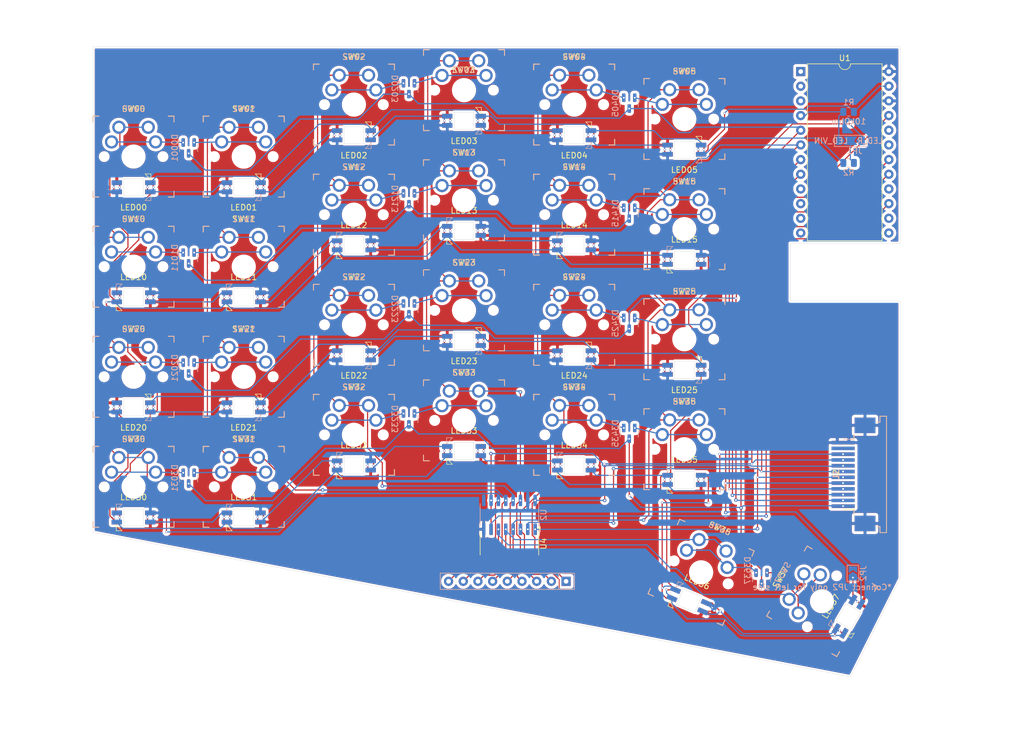
<source format=kicad_pcb>
(kicad_pcb (version 20240108) (generator "pcbnew") (generator_version "8.0")
  (layers (0 "F.Cu" signal) (31 "B.Cu" signal) (34 "B.Paste" user) (35 "F.Paste" user) (36 "B.SilkS" user "B.Silkscreen") (37 "F.SilkS" user "F.Silkscreen") (38 "B.Mask" user) (39 "F.Mask" user) (44 "Edge.Cuts" user))
  (net 0 "")
  (net 1 "ROW0")
  (net 2 "ROW1")
  (net 3 "ROW2")
  (net 4 "ROW3")
  (net 5 "Net-(JP1-C)")
  (net 6 "GND")
  (net 7 "SCK0")
  (net 8 "SCS")
  (net 9 "MISO")
  (net 10 "+3V3")
  (net 11 "DS")
  (net 17 "Net-(D0001-A-Pad2)")
  (net 18 "Net-(D0001-A-Pad1)")
  (net 22 "Net-(D0203-A-Pad1)")
  (net 26 "Net-(D0203-A-Pad2)")
  (net 28 "FT")
  (net 29 "+5V")
  (net 30 "Net-(LED00-DOUT)")
  (net 31 "Net-(LED00-DIN)")
  (net 32 "Net-(LED01-DIN)")
  (net 33 "Net-(D0405-A-Pad2)")
  (net 34 "Net-(D0405-A-Pad1)")
  (net 35 "Net-(D1011-A-Pad1)")
  (net 36 "Net-(D1011-A-Pad2)")
  (net 37 "Net-(D1213-A-Pad2)")
  (net 38 "Net-(D1213-A-Pad1)")
  (net 39 "Net-(D1415-A-Pad2)")
  (net 40 "Net-(D1415-A-Pad1)")
  (net 41 "Net-(D2021-A-Pad2)")
  (net 42 "Net-(D2021-A-Pad1)")
  (net 43 "Net-(D2223-A-Pad2)")
  (net 44 "Net-(D2223-A-Pad1)")
  (net 45 "Net-(D2425-A-Pad1)")
  (net 46 "Net-(D2425-A-Pad2)")
  (net 47 "Net-(D3031-A-Pad1)")
  (net 48 "Net-(D3031-A-Pad2)")
  (net 49 "Net-(D3233-A-Pad1)")
  (net 50 "Net-(D3233-A-Pad2)")
  (net 51 "Net-(D3435-A-Pad2)")
  (net 52 "Net-(D3435-A-Pad1)")
  (net 53 "Net-(LED02-DIN)")
  (net 54 "Net-(LED03-DIN)")
  (net 55 "Net-(LED04-DIN)")
  (net 56 "Net-(LED12-DOUT)")
  (net 57 "Net-(LED20-DIN)")
  (net 58 "Net-(LED21-DIN)")
  (net 59 "Net-(LED22-DIN)")
  (net 60 "Net-(LED23-DIN)")
  (net 61 "Net-(LED24-DIN)")
  (net 62 "Net-(LED10-DOUT)")
  (net 63 "Net-(LED11-DOUT)")
  (net 64 "Net-(LED13-DOUT)")
  (net 65 "Net-(LED14-DOUT)")
  (net 66 "Net-(LED15-DOUT)")
  (net 67 "Net-(LED30-DOUT)")
  (net 68 "Net-(LED31-DOUT)")
  (net 69 "Net-(LED20-DOUT)")
  (net 70 "Net-(LED32-DOUT)")
  (net 71 "Net-(LED33-DOUT)")
  (net 72 "Net-(LED34-DOUT)")
  (net 73 "COL4")
  (net 74 "COL7")
  (net 75 "COL2")
  (net 76 "COL1")
  (net 77 "COL3")
  (net 78 "COL0")
  (net 79 "COL5")
  (net 80 "COL6")
  (net 84 "Net-(D3637-A-Pad2)")
  (net 85 "Net-(D3637-A-Pad1)")
  (net 86 "LED_R")
  (net 88 "Net-(LED35-DOUT)")
  (net 89 "Net-(LED36-DOUT)")
  (net 90 "Net-(JP2-A)")
  (net 92 "Net-(LED05-DIN)")
  (footprint "keyswitches:LED_SK6812MINI_E_REVERSIBLE" (layer "F.Cu") (at 155.25 115.95)
    (property "Reference" "LED35")
    (property "Value" "SK6812MINI")
    (fp_rect (start -1.7 -1.5) (end 1.7 1.5) (stroke (width 0.05)) (fill none) (layer "Edge.Cuts"))
  )
  (footprint "" (layer "F.Cu") (at 181.7 115.5)
    (property "Reference" "")
    (property "Value" "")
  )
  (footprint "keyswitches:LED_SK6812MINI_E_REVERSIBLE" (layer "F.Cu") (at 79.05 65.3 180)
    (property "Reference" "LED01")
    (property "Value" "SK6812MINI")
    (fp_rect (start -1.7 -1.5) (end 1.7 1.5) (stroke (width 0.05)) (fill none) (layer "Edge.Cuts"))
  )
  (footprint "keyswitches:SW_MX_1905_reversible" (layer "F.Cu") (at 136.2 51)
    (property "Reference" "SW04")
    (property "Value" "SW_Push")
  )
  (footprint "" (layer "F.Cu") (at 181.7 119.5)
    (property "Reference" "")
    (property "Value" "")
  )
  (footprint "" (layer "F.Cu") (at 181.7 116.5)
    (property "Reference" "")
    (property "Value" "")
  )
  (footprint "keyswitches:LED_SK6812MINI_E_REVERSIBLE" (layer "F.Cu") (at 136.2 56.3 180)
    (property "Reference" "LED04")
    (property "Value" "SK6812MINI")
    (fp_rect (start -1.7 -1.5) (end 1.7 1.5) (stroke (width 0.05)) (fill none) (layer "Edge.Cuts"))
  )
  (footprint "" (layer "F.Cu") (at 181.7 120.5)
    (property "Reference" "")
    (property "Value" "")
  )
  (footprint "keyswitches:LED_SK6812MINI_E_REVERSIBLE" (layer "F.Cu") (at 60 122.45)
    (property "Reference" "LED30")
    (property "Value" "SK6812MINI")
    (fp_rect (start -1.7 -1.5) (end 1.7 1.5) (stroke (width 0.05)) (fill none) (layer "Edge.Cuts"))
  )
  (footprint "keyswitches:LED_SK6812MINI_E_REVERSIBLE" (layer "F.Cu") (at 60 103.399999 180)
    (property "Reference" "LED20")
    (property "Value" "SK6812MINI")
    (fp_rect (start -1.7 -1.5) (end 1.7 1.5) (stroke (width 0.05)) (fill none) (layer "Edge.Cuts"))
  )
  (footprint "" (layer "F.Cu") (at 181.7 111.5)
    (property "Reference" "")
    (property "Value" "")
  )
  (footprint "" (layer "F.Cu") (at 181.7 114.5)
    (property "Reference" "")
    (property "Value" "")
  )
  (footprint "keyswitches:SW_MX_1905_reversible" (layer "F.Cu") (at 155.25 53.5)
    (property "Reference" "SW05")
    (property "Value" "SW_Push")
  )
  (footprint "Package_SO:SOP-16_3.9x9.9mm_P1.27mm" (layer "F.Cu") (at 125 127 -90)
    (property "Reference" "U4")
    (property "Value" "74HC165")
  )
  (footprint "keyswitches:SW_MX_1905_reversible" (layer "F.Cu") (at 117.15 67.55)
    (property "Reference" "SW13")
    (property "Value" "SW_Push")
  )
  (footprint "keyswitches:SW_MX_1905_reversible" (layer "F.Cu") (at 117.15 105.65)
    (property "Reference" "SW33")
    (property "Value" "SW_Push")
  )
  (footprint "Connector_FFC-FPC:TE_1-84952-2_1x12-1MP_P1.0mm_Horizontal" (layer "F.Cu") (at 185.5 115 90)
    (property "Reference" "J2")
    (property "Value" "Conn_01x12_MountingPin")
  )
  (footprint "keyswitches:SW_MX_1905_reversible" (layer "F.Cu") (at 179.05 136.95 60)
    (property "Reference" "SW37")
    (property "Value" "SW_Push")
  )
  (footprint "keyswitches:SW_MX_1905_reversible" (layer "F.Cu") (at 155.25 72.55)
    (property "Reference" "SW15")
    (property "Value" "SW_Push")
  )
  (footprint "keyswitches:LED_SK6812MINI_E_REVERSIBLE" (layer "F.Cu") (at 117.15 72.85)
    (property "Reference" "LED13")
    (property "Value" "SK6812MINI")
    (fp_rect (start -1.7 -1.5) (end 1.7 1.5) (stroke (width 0.05)) (fill none) (layer "Edge.Cuts"))
  )
  (footprint "keyswitches:SW_MX_1905_reversible" (layer "F.Cu") (at 136.2 70.05)
    (property "Reference" "SW14")
    (property "Value" "SW_Push")
  )
  (footprint "keyswitches:SW_MX_1905_reversible" (layer "F.Cu") (at 79.05 117.15)
    (property "Reference" "SW31")
    (property "Value" "SW_Push")
  )
  (footprint "keyswitches:SW_MX_1905_reversible" (layer "F.Cu") (at 117.15 48.5)
    (property "Reference" "SW03")
    (property "Value" "SW_Push")
  )
  (footprint "" (layer "F.Cu") (at 181.7 114.5)
    (property "Reference" "")
    (property "Value" "")
  )
  (footprint "Package_DIP:DIP-24_W15.24mm" (layer "F.Cu") (at 175.375 45.28)
    (property "Reference" "U1")
    (property "Value" "CH582")
  )
  (footprint "keyswitches:LED_SK6812MINI_E_REVERSIBLE" (layer "F.Cu") (at 98.1 113.45)
    (property "Reference" "LED32")
    (property "Value" "SK6812MINI")
    (fp_rect (start -1.7 -1.5) (end 1.7 1.5) (stroke (width 0.05)) (fill none) (layer "Edge.Cuts"))
  )
  (footprint "keyswitches:LED_SK6812MINI_E_REVERSIBLE" (layer "F.Cu") (at 79.05 103.399999 180)
    (property "Reference" "LED21")
    (property "Value" "SK6812MINI")
    (fp_rect (start -1.7 -1.5) (end 1.7 1.5) (stroke (width 0.05)) (fill none) (layer "Edge.Cuts"))
  )
  (footprint "keyswitches:SW_MX_1905_reversible" (layer "F.Cu") (at 136.2 89.1)
    (property "Reference" "SW24")
    (property "Value" "SW_Push")
  )
  (footprint "keyswitches:LED_SK6812MINI_E_REVERSIBLE" (layer "F.Cu") (at 183.64 139.59 60)
    (property "Reference" "LED37")
    (property "Value" "SK6812MINI")
    (fp_poly (pts (xy -1.7 -1.5) (xy 1.7 -1.5) (xy 1.7 1.5) (xy -1.7 1.5)) (stroke (width 0.05)) (fill none) (layer "Edge.Cuts"))
  )
  (footprint "" (layer "F.Cu") (at 181.7 109.5)
    (property "Reference" "")
    (property "Value" "")
  )
  (footprint "" (layer "F.Cu") (at 181.7 111.5)
    (property "Reference" "")
    (property "Value" "")
  )
  (footprint "" (layer "F.Cu") (at 181.7 120.5)
    (property "Reference" "")
    (property "Value" "")
  )
  (footprint "keyswitches:SW_MX_1905_reversible" (layer "F.Cu") (at 79.05 98.1)
    (property "Reference" "SW21")
    (property "Value" "SW_Push")
  )
  (footprint "" (layer "F.Cu") (at 181.7 112.5)
    (property "Reference" "")
    (property "Value" "")
  )
  (footprint "keyswitches:LED_SK6812MINI_E_REVERSIBLE" (layer "F.Cu") (at 117.15 91.899999 180)
    (property "Reference" "LED23")
    (property "Value" "SK6812MINI")
    (fp_rect (start -1.7 -1.5) (end 1.7 1.5) (stroke (width 0.05)) (fill none) (layer "Edge.Cuts"))
  )
  (footprint "keyswitches:SW_MX_1905_reversible" (layer "F.Cu") (at 136.2 108.15)
    (property "Reference" "SW34")
    (property "Value" "SW_Push")
  )
  (footprint "keyswitches:LED_SK6812MINI_E_REVERSIBLE" (layer "F.Cu") (at 79.05 122.45)
    (property "Reference" "LED31")
    (property "Value" "SK6812MINI")
    (fp_rect (start -1.7 -1.5) (end 1.7 1.5) (stroke (width 0.05)) (fill none) (layer "Edge.Cuts"))
  )
  (footprint "keyswitches:SW_MX_1905_reversible" (layer "F.Cu") (at 79.05 79.05)
    (property "Reference" "SW11")
    (property "Value" "SW_Push")
  )
  (footprint "" (layer "F.Cu") (at 181.7 112.5)
    (property "Reference" "")
    (property "Value" "")
  )
  (footprint "" (layer "F.Cu") (at 181.7 117.5)
    (property "Reference" "")
    (property "Value" "")
  )
  (footprint "keyswitches:LED_SK6812MINI_E_REVERSIBLE" (layer "F.Cu") (at 136.2 94.399999 180)
    (property "Reference" "LED24")
    (property "Value" "SK6812MINI")
    (fp_rect (start -1.7 -1.5) (end 1.7 1.5) (stroke (width 0.05)) (fill none) (layer "Edge.Cuts"))
  )
  (footprint "" (layer "F.Cu") (at 181.7 116.5)
    (property "Reference" "")
    (property "Value" "")
  )
  (footprint "keyswitches:LED_SK6812MINI_E_REVERSIBLE" (layer "F.Cu") (at 155.25 96.899999 180)
    (property "Reference" "LED25")
    (property "Value" "SK6812MINI")
    (fp_rect (start -1.7 -1.5) (end 1.7 1.5) (stroke (width 0.05)) (fill none) (layer "Edge.Cuts"))
  )
  (footprint "keyswitches:LED_SK6812MINI_E_REVERSIBLE" (layer "F.Cu") (at 117.15 53.8 180)
    (property "Reference" "LED03")
    (property "Value" "SK6812MINI")
    (fp_rect (start -1.7 -1.5) (end 1.7 1.5) (stroke (width 0.05)) (fill none) (layer "Edge.Cuts"))
  )
  (footprint "keyswitches:LED_SK6812MINI_E_REVERSIBLE" (layer "F.Cu") (at 117.15 110.95)
    (property "Reference" "LED33")
    (property "Value" "SK6812MINI")
    (fp_rect (start -1.7 -1.5) (end 1.7 1.5) (stroke (width 0.05)) (fill none) (layer "Edge.Cuts"))
  )
  (footprint "keyswitches:LED_SK6812MINI_E_REVERSIBLE" (layer "F.Cu") (at 156.07 136.837746 -23)
    (property "Reference" "LED36")
    (property "Value" "SK6812MINI")
    (fp_poly (pts (xy -1.7 -1.5) (xy 1.7 -1.5) (xy 1.7 1.5) (xy -1.7 1.5)) (stroke (width 0.05)) (fill none) (layer "Edge.Cuts"))
  )
  (footprint "" (layer "F.Cu") (at 181.7 113.5)
    (property "Reference" "")
    (property "Value" "")
  )
  (footprint "keyswitches:SW_MX_1905_reversible" (layer "F.Cu") (at 60 117.15)
    (property "Reference" "SW30")
    (property "Value" "SW_Push")
  )
  (footprint "keyswitches:SW_MX_1905_reversible" (layer "F.Cu") (at 60 60)
    (property "Reference" "SW00")
    (property "Value" "SW_Push")
  )
  (footprint "keyswitches:SW_MX_1905_reversible" (layer "F.Cu") (at 155.25 110.65)
    (property "Reference" "SW35")
    (property "Value" "SW_Push")
  )
  (footprint "keyswitches:LED_SK6812MINI_E_REVERSIBLE" (layer "F.Cu") (at 136.2 75.35)
    (property "Reference" "LED14")
    (property "Value" "SK6812MINI")
    (fp_rect (start -1.7 -1.5) (end 1.7 1.5) (stroke (width 0.05)) (fill none) (layer "Edge.Cuts"))
  )
  (footprint "" (layer "F.Cu") (at 181.7 109.5)
    (property "Reference" "")
    (property "Value" "")
  )
  (footprint "" (layer "F.Cu") (at 181.7 110.5)
    (property "Reference" "")
    (property "Value" "")
  )
  (footprint "" (layer "F.Cu") (at 181.7 118.5)
    (property "Reference" "")
    (property "Value" "")
  )
  (footprint "keyswitches:LED_SK6812MINI_E_REVERSIBLE" (layer "F.Cu") (at 98.1 94.399999 180)
    (property "Reference" "LED22")
    (property "Value" "SK6812MINI")
    (fp_rect (start -1.7 -1.5) (end 1.7 1.5) (stroke (width 0.05)) (fill none) (layer "Edge.Cuts"))
  )
  (footprint "keyswitches:LED_SK6812MINI_E_REVERSIBLE" (layer "F.Cu") (at 60 84.35)
    (property "Reference" "LED10")
    (property "Value" "SK6812MINI")
    (fp_rect (start -1.7 -1.5) (end 1.7 1.5) (stroke (width 0.05)) (fill none) (layer "Edge.Cuts"))
  )
  (footprint "keyswitches:SW_MX_1905_reversible" (layer "F.Cu") (at 117.15 86.6)
    (property "Reference" "SW23")
    (property "Value" "SW_Push")
  )
  (footprint "keyswitches:SW_MX_1905_reversible" (layer "F.Cu") (at 60 98.1)
    (property "Reference" "SW20")
    (property "Value" "SW_Push")
  )
  (footprint "" (layer "F.Cu") (at 181.7 110.5)
    (property "Reference" "")
    (property "Value" "")
  )
  (footprint "keyswitches:SW_MX_1905_reversible" (layer "F.Cu") (at 98.1 70.05)
    (property "Reference" "SW12")
    (property "Value" "SW_Push")
  )
  (footprint "keyswitches:LED_SK6812MINI_E_REVERSIBLE" (layer "F.Cu") (at 98.1 75.35)
    (property "Reference" "LED12")
    (property "Value" "SK6812MINI")
    (fp_rect (start -1.7 -1.5) (end 1.7 1.5) (stroke (width 0.05)) (fill none) (layer "Edge.Cuts"))
  )
  (footprint "" (layer "F.Cu") (at 181.7 119.5)
    (property "Reference" "")
    (property "Value" "")
  )
  (footprint "keyswitches:LED_SK6812MINI_E_REVERSIBLE" (layer "F.Cu") (at 98.1 56.3 180)
    (property "Reference" "LED02")
    (property "Value" "SK6812MINI")
    (fp_rect (start -1.7 -1.5) (end 1.7 1.5) (stroke (width 0.05)) (fill none) (layer "Edge.Cuts"))
  )
  (footprint "keyswitches:SW_MX_1905_reversible" (layer "F.Cu") (at 98.1 51)
    (property "Reference" "SW02")
    (property "Value" "SW_Push")
  )
  (footprint "keyswitches:LED_SK6812MINI_E_REVERSIBLE" (layer "F.Cu") (at 136.2 113.45)
    (property "Reference" "LED34")
    (property "Value" "SK6812MINI")
    (fp_rect (start -1.7 -1.5) (end 1.7 1.5) (stroke (width 0.05)) (fill none) (layer "Edge.Cuts"))
  )
  (footprint "" (layer "F.Cu") (at 181.7 113.5)
    (property "Reference" "")
    (property "Value" "")
  )
  (footprint "keyswitches:LED_SK6812MINI_E_REVERSIBLE" (layer "F.Cu") (at 60 65.3 180)
    (property "Reference" "LED00")
    (property "Value" "SK6812MINI")
    (fp_rect (start -1.7 -1.5) (end 1.7 1.5) (stroke (width 0.05)) (fill none) (layer "Edge.Cuts"))
  )
  (footprint "keyswitches:LED_SK6812MINI_E_REVERSIBLE" (layer "F.Cu") (at 155.25 77.85)
    (property "Reference" "LED15")
    (property "Value" "SK6812MINI")
    (fp_rect (start -1.7 -1.5) (end 1.7 1.5) (stroke (width 0.05)) (fill none) (layer "Edge.Cuts"))
  )
  (footprint "keyswitches:LED_SK6812MINI_E_REVERSIBLE" (layer "F.Cu") (at 79.05 84.35)
    (property "Reference" "LED11")
    (property "Value" "SK6812MINI")
    (fp_rect (start -1.7 -1.5) (end 1.7 1.5) (stroke (width 0.05)) (fill none) (layer "Edge.Cuts"))
  )
  (footprint "" (layer "F.Cu") (at 181.7 115.5)
    (property "Reference" "")
    (property "Value" "")
  )
  (footprint "keyswitches:SW_MX_1905_reversible" (layer "F.Cu") (at 79.05 60)
    (property "Reference" "SW01")
    (property "Value" "SW_Push")
  )
  (footprint "keyswitches:SW_MX_1905_reversible" (layer "F.Cu") (at 155.25 91.6)
    (property "Reference" "SW25")
    (property "Value" "SW_Push")
  )
  (footprint "keyswitches:LED_SK6812MINI_E_REVERSIBLE" (layer "F.Cu") (at 155.25 58.8 180)
    (property "Reference" "LED05")
    (property "Value" "SK6812MINI")
    (fp_rect (start -1.7 -1.5) (end 1.7 1.5) (stroke (width 0.05)) (fill none) (layer "Edge.Cuts"))
  )
  (footprint "keyswitches:SW_MX_1905_reversible" (layer "F.Cu") (at 60 79.05)
    (property "Reference" "SW10")
    (property "Value" "SW_Push")
  )
  (footprint "keyswitches:SW_MX_1905_reversible" (layer "F.Cu") (at 158.15 131.95 -23)
    (property "Reference" "SW36")
    (property "Value" "SW_Push")
  )
  (footprint "" (layer "F.Cu") (at 181.7 117.5)
    (property "Reference" "")
    (property "Value" "")
  )
  (footprint "keyswitches:SW_MX_1905_reversible" (layer "F.Cu") (at 98.1 89.1)
    (property "Reference" "SW22")
    (property "Value" "SW_Push")
  )
  (footprint "" (layer "F.Cu") (at 181.7 118.5)
    (property "Reference" "")
    (property "Value" "")
  )
  (footprint "keyswitches:SW_MX_1905_reversible" (layer "F.Cu") (at 98.1 108.15)
    (property "Reference" "SW32")
    (property "Value" "SW_Push")
  )
  (footprint "Connector_FFC-FPC:TE_1-84952-2_1x12-1MP_P1.0mm_Horizontal" (layer "B.Cu") (at 185.5 115 -90)
    (property "Reference" "J1")
    (property "Value" "Conn_01x12_MountingPin")
  )
  (footprint "keyswitches:BAV70_SOT-23_Reversible" (layer "B.Cu") (at 145.725 88.85 -90)
    (property "Reference" "D2425")
    (property "Value" "BAV70")
  )
  (footprint "Package_SO:SOP-16_3.9x9.9mm_P1.27mm" (layer "B.Cu") (at 125 122 90)
    (property "Reference" "U2")
    (property "Value" "74HC165")
  )
  (footprint "keyswitches:BAV70_SOT-23_Reversible" (layer "B.Cu") (at 69.525 58.5 -90)
    (property "Reference" "D0001")
    (property "Value" "BAV70")
  )
  (footprint "keyswitches:BAV70_SOT-23_Reversible" (layer "B.Cu") (at 145.725 107.9 -90)
    (property "Reference" "D3435")
    (property "Value" "BAV70")
  )
  (footprint "keyswitches:BAV70_SOT-23_Reversible" (layer "B.Cu") (at 145.725 50.75 -90)
    (property "Reference" "D0405")
    (property "Value" "BAV70")
  )
  (footprint "keyswitches:BAV70_SOT-23_Reversible" (layer "B.Cu") (at 145.725 69.8 -90)
    (property "Reference" "D1415")
    (property "Value" "BAV70")
  )
  (footprint "Resistor_THT:R_Array_SIP9" (layer "B.Cu") (at 134.795 133.5 180)
    (property "Reference" "RN1" (hide yes))
    (property "Value" "10kOhm")
  )
  (footprint "Resistor_SMD:R_0805_2012Metric" (layer "B.Cu") (at 183.66 52.255 180)
    (property "Reference" "R1")
    (property "Value" "10kOhm")
  )
  (footprint "Jumper:SolderJumper-2_P1.3mm_Open_TrianglePad1.0x1.5mm" (layer "B.Cu") (at 184.4 132.125 90)
    (property "Reference" "JP2")
    (property "Value" "SolderJumper_2_Open")
  )
  (footprint "keyswitches:BAV70_SOT-23_Reversible" (layer "B.Cu") (at 69.525 115.65 -90)
    (property "Reference" "D3031")
    (property "Value" "BAV70")
  )
  (footprint "keyswitches:BAV70_SOT-23_Reversible" (layer "B.Cu") (at 107.625 105.4 -90)
    (property "Reference" "D3233")
    (property "Value" "BAV70")
  )
  (footprint "keyswitches:BAV70_SOT-23_Reversible" (layer "B.Cu") (at 69.525 77.55 -90)
    (property "Reference" "D1011")
    (property "Value" "BAV70")
  )
  (footprint "keyswitches:BAV70_SOT-23_Reversible" (layer "B.Cu") (at 107.625 48.25 -90)
    (property "Reference" "D0203")
    (property "Value" "BAV70")
  )
  (footprint "keyswitches:BAV70_SOT-23_Reversible" (layer "B.Cu") (at 168.6 132.95 -90)
    (property "Reference" "D3637")
    (property "Value" "BAV70")
  )
  (footprint "keyswitches:BAV70_SOT-23_Reversible" (layer "B.Cu") (at 107.625 67.3 -90)
    (property "Reference" "D1213")
    (property "Value" "BAV70")
  )
  (footprint "keyswitches:BAV70_SOT-23_Reversible" (layer "B.Cu") (at 107.625 86.35 -90)
    (property "Reference" "D2223")
    (property "Value" "BAV70")
  )
  (footprint "keyswitches:BAV70_SOT-23_Reversible" (layer "B.Cu") (at 69.525 96.6 -90)
    (property "Reference" "D2021")
    (property "Value" "BAV70")
  )
  (footprint "Jumper:SolderJumper-3_P2.0mm_Open_TrianglePad1.0x1.5mm_NumberLabels" (layer "B.Cu") (at 183.96 57.255)
    (property "Reference" "JP1")
    (property "Value" "SolderJumper_3_Open")
  )
  (footprint "Resistor_SMD:R_0805_2012Metric" (layer "B.Cu") (at 183.66 61.1)
    (property "Reference" "R2")
    (property "Value" "500Ohm")
  )
  (gr_poly (pts (xy 184 150) (xy 53 125) (xy 53 41) (xy 192.55 41) (xy 192.55 75) (xy 173.55 75) (xy 173.55 85) (xy 192.55 85) (xy 192.55 133)) (stroke (width 0.05)) (fill none) (layer "Edge.Cuts"))
  (gr_text "*Connect JP2 only for left side" (at 191.2 135.1 0) (layer "B.SilkS") (effects (font (size 1 1)) (justify left bottom mirror)))
  (segment (start 163.025 117.475) (end 163.025 67.775) (width 0.2) (layer "F.Cu") (net 1))
  (segment (start 163.025 67.775) (end 175.36 55.44) (width 0.2) (layer "F.Cu") (net 1))
  (segment (start 163 117.5) (end 163.025 117.475) (width 0.2) (layer "F.Cu") (net 1))
  (via (at 182.7 117.5) (size 0.4) (drill 0.3) (layers "F.Cu" "B.Cu") (net 1))
  (via (at 163 117.5) (size 0.4) (drill 0.3) (layers "F.Cu" "B.Cu") (net 1))
  (segment (start 156.220875 55.8439) (end 154.212229 55.8439) (width 0.2) (layer "B.Cu") (net 1))
  (segment (start 80.020875 62.3439) (end 72.4314 62.3439) (width 0.2) (layer "B.Cu") (net 1))
  (segment (start 98.914775 53.5) (end 88.864775 53.5) (width 0.2) (layer "B.Cu") (net 1))
  (segment (start 88.864775 53.5) (end 80.020875 62.3439) (width 0.2) (layer "B.Cu") (net 1))
  (segment (start 182.7 117.5) (end 183.7 117.5) (width 0.2) (layer "B.Cu") (net 1))
  (segment (start 175.62 54.9) (end 157.164775 54.9) (width 0.2) (layer "B.Cu") (net 1))
  (segment (start 163 117.5) (end 183.7 117.5) (width 0.2) (layer "B.Cu") (net 1))
  (segment (start 145.725 51.6875) (end 144.0686 53.3439) (width 0.2) (layer "B.Cu") (net 1))
  (segment (start 150.055829 51.6875) (end 145.725 51.6875) (width 0.2) (layer "B.Cu") (net 1))
  (segment (start 120.2639 50.8439) (end 109.2814 50.8439) (width 0.2) (layer "B.Cu") (net 1))
  (segment (start 72.4314 62.3439) (end 69.525 59.4375) (width 0.2) (layer "B.Cu") (net 1))
  (segment (start 122.7639 53.3439) (end 120.2639 50.8439) (width 0.2) (layer "B.Cu") (net 1))
  (segment (start 157.164775 54.9) (end 156.220875 55.8439) (width 0.2) (layer "B.Cu") (net 1))
  (segment (start 181.7 117.5) (end 182.7 117.5) (width 0.2) (layer "B.Cu") (net 1))
  (segment (start 144.0686 53.3439) (end 122.7639 53.3439) (width 0.2) (layer "B.Cu") (net 1))
  (segment (start 109.2814 50.8439) (end 107.625 49.1875) (width 0.2) (layer "B.Cu") (net 1))
  (segment (start 103.223211 49.191564) (end 98.914775 53.5) (width 0.2) (layer "B.Cu") (net 1))
  (segment (start 107.625 49.1875) (end 103.223211 49.1875) (width 0.2) (layer "B.Cu") (net 1))
  (segment (start 154.212229 55.8439) (end 150.055829 51.6875) (width 0.2) (layer "B.Cu") (net 1))
  (segment (start 103.223211 49.1875) (end 103.223211 49.191564) (width 0.2) (layer "B.Cu") (net 1))
  (segment (start 163.57 115.215) (end 163.575 115.21) (width 0.2) (layer "F.Cu") (net 2))
  (segment (start 163.575 69.495) (end 163.575 115.21) (width 0.2) (layer "F.Cu") (net 2))
  (segment (start 175.09 57.98) (end 163.575 69.495) (width 0.2) (layer "F.Cu") (net 2))
  (segment (start 163.57 118.6) (end 163.57 115.215) (width 0.2) (layer "F.Cu") (net 2))
  (via (at 182.7 118.5) (size 0.4) (drill 0.3) (layers "F.Cu" "B.Cu") (net 2))
  (via (at 163.57 118.6) (size 0.6) (drill 0.3) (layers "F.Cu" "B.Cu") (net 2))
  (segment (start 122.808675 69.8939) (end 109.2814 69.8939) (width 0.2) (layer "B.Cu") (net 2))
  (segment (start 147.027711 66.872289) (end 145.6 68.3) (width 0.2) (layer "B.Cu") (net 2))
  (segment (start 109.2814 69.8939) (end 107.625 68.2375) (width 0.2) (layer "B.Cu") (net 2))
  (segment (start 145.725 70.7375) (end 144.0686 72.3939) (width 0.2) (layer "B.Cu") (net 2))
  (segment (start 163.57 118.6) (end 163.67 118.5) (width 0.2) (layer "B.Cu") (net 2))
  (segment (start 145.6 68.3) (end 145.6 70.6125) (width 0.2) (layer "B.Cu") (net 2))
  (segment (start 103.4686 72.3939) (end 89.020875 72.3939) (width 0.2) (layer "B.Cu") (net 2))
  (segment (start 181.7 118.5) (end 182.7 118.5) (width 0.2) (layer "B.Cu") (net 2))
  (segment (start 107.625 68.2375) (end 103.4686 72.3939) (width 0.2) (layer "B.Cu") (net 2))
  (segment (start 159.1285 60.3) (end 157.6 60.3) (width 0.2) (layer "B.Cu") (net 2))
  (segment (start 125.308675 72.3939) (end 122.808675 69.8939) (width 0.2) (layer "B.Cu") (net 2))
  (segment (start 80.020875 81.3939) (end 72.42 81.3939) (width 0.2) (layer "B.Cu") (net 2))
  (segment (start 161.4285 58) (end 159.1285 60.3) (width 0.2) (layer "B.Cu") (net 2))
  (segment (start 144.0686 72.3939) (end 125.308675 72.3939) (width 0.2) (layer "B.Cu") (net 2))
  (segment (start 157.6 60.3) (end 151.027711 66.872289) (width 0.2) (layer "B.Cu") (net 2))
  (segment (start 69.525 78.4875) (end 72.42 81.3825) (width 0.2) (layer "B.Cu") (net 2))
  (segment (start 151.027711 66.872289) (end 147.027711 66.872289) (width 0.2) (layer "B.Cu") (net 2))
  (segment (start 163.67 118.5) (end 183.7 118.5) (width 0.2) (layer "B.Cu") (net 2))
  (segment (start 72.42 81.3825) (end 72.42 81.3939) (width 0.2) (layer "B.Cu") (net 2))
  (segment (start 182.7 118.5) (end 183.7 118.5) (width 0.2) (layer "B.Cu") (net 2))
  (segment (start 176.14 58) (end 161.4285 58) (width 0.2) (layer "B.Cu") (net 2))
  (segment (start 89.020875 72.3939) (end 80.020875 81.3939) (width 0.2) (layer "B.Cu") (net 2))
  (segment (start 164.175 118.090686) (end 164.175 84.5) (width 0.2) (layer "F.Cu") (net 3))
  (segment (start 164.25 84.425) (end 164.25 71.65) (width 0.2) (layer "F.Cu") (net 3))
  (segment (start 164.175 84.5) (end 164.25 84.425) (width 0.2) (layer "F.Cu") (net 3))
  (segment (start 164.17 118.095686) (end 164.175 118.090686) (width 0.2) (layer "F.Cu") (net 3))
  (segment (start 164.17 119.43) (end 164.17 118.095686) (width 0.2) (layer "F.Cu") (net 3))
  (segment (start 164.25 71.65) (end 175.38 60.52) (width 0.2) (layer "F.Cu") (net 3))
  (via (at 164.175 84.5) (size 0.4) (drill 0.3) (layers "F.Cu" "B.Cu") (net 3))
  (via (at 182.7 119.5) (size 0.4) (drill 0.3) (layers "F.Cu" "B.Cu") (net 3))
  (via (at 164.17 119.43) (size 0.6) (drill 0.3) (layers "F.Cu" "B.Cu") (net 3))
  (segment (start 109.5275 89.19) (end 107.625 87.2875) (width 0.2) (layer "B.Cu") (net 3))
  (segment (start 148.009448 84.5) (end 145.725 86.784448) (width 0.2) (layer "B.Cu") (net 3))
  (segment (start 164.175 84.5) (end 148.009448 84.5) (width 0.2) (layer "B.Cu") (net 3))
  (segment (start 164.24 119.5) (end 183.7 119.5) (width 0.2) (layer "B.Cu") (net 3))
  (segment (start 145.725 89.7875) (end 144.0686 91.4439) (width 0.2) (layer "B.Cu") (net 3))
  (segment (start 120.19 89.19) (end 109.5275 89.19) (width 0.2) (layer "B.Cu") (net 3))
  (segment (start 122.4439 91.4439) (end 120.19 89.19) (width 0.2) (layer "B.Cu") (net 3))
  (segment (start 182.7 119.5) (end 183.7 119.5) (width 0.2) (layer "B.Cu") (net 3))
  (segment (start 103.3355 91.577) (end 88.887775 91.577) (width 0.2) (layer "B.Cu") (net 3))
  (segment (start 164.17 119.43) (end 164.24 119.5) (width 0.2) (layer "B.Cu") (net 3))
  (segment (start 144.0686 91.4439) (end 122.4439 91.4439) (width 0.2) (layer "B.Cu") (net 3))
  (segment (start 72.4314 100.4439) (end 69.525 97.5375) (width 0.2) (layer "B.Cu") (net 3))
  (segment (start 107.625 87.2875) (end 103.3355 91.577) (width 0.2) (layer "B.Cu") (net 3))
  (segment (start 88.887775 91.577) (end 80.020875 100.4439) (width 0.2) (layer "B.Cu") (net 3))
  (segment (start 181.7 119.5) (end 182.7 119.5) (width 0.2) (layer "B.Cu") (net 3))
  (segment (start 80.020875 100.4439) (end 72.4314 100.4439) (width 0.2) (layer "B.Cu") (net 3))
  (segment (start 145.725 86.784448) (end 145.725 89.7875) (width 0.2) (layer "B.Cu") (net 3))
  (segment (start 165.06 127.97) (end 168.6 131.51) (width 0.2) (layer "F.Cu") (net 4))
  (segment (start 165.06 120.81) (end 165.06 127.97) (width 0.2) (layer "F.Cu") (net 4))
  (segment (start 145.725 108.8375) (end 145.725 118.625) (width 0.2) (layer "F.Cu") (net 4))
  (segment (start 145.725 118.625) (end 145.8 118.7) (width 0.2) (layer "F.Cu") (net 4))
  (segment (start 165.05 73.35) (end 165.05 121.56) (width 0.2) (layer "F.Cu") (net 4))
  (segment (start 165.05 120.8) (end 165.06 120.81) (width 0.2) (layer "F.Cu") (net 4))
  (segment (start 168.6 131.51) (end 168.6 133.8875) (width 0.2) (layer "F.Cu") (net 4))
  (segment (start 175.34 63.06) (end 165.05 73.35) (width 0.2) (layer "F.Cu") (net 4))
  (via (at 145.8 118.7) (size 0.4) (drill 0.3) (layers "F.Cu" "B.Cu") (net 4))
  (via (at 182.7 120.5) (size 0.4) (drill 0.3) (layers "F.Cu" "B.Cu") (net 4))
  (via (at 165.05 120.8) (size 0.6) (drill 0.3) (layers "F.Cu" "B.Cu") (net 4))
  (segment (start 119.5724 107.9939) (end 109.2814 107.9939) (width 0.2) (layer "B.Cu") (net 4))
  (segment (start 103.4686 110.4939) (end 93.1561 110.4939) (width 0.2) (layer "B.Cu") (net 4))
  (segment (start 147.8 120.7) (end 145.8 118.7) (width 0.2) (layer "B.Cu") (net 4))
  (segment (start 93.1561 110.4939) (end 84.1 119.55) (width 0.2) (layer "B.Cu") (net 4))
  (segment (start 165.05 120.8) (end 164.95 120.7) (width 0.2) (layer "B.Cu") (net 4))
  (segment (start 165.42 120.43) (end 183.63 120.43) (width 0.2) (layer "B.Cu") (net 4))
  (segment (start 72.4875 119.55) (end 69.525 116.5875) (width 0.2) (layer "B.Cu") (net 4))
  (segment (start 144.0686 110.4939) (end 122.0724 110.4939) (width 0.2) (layer "B.Cu") (net 4))
  (segment (start 164.95 120.7) (end 147.8 120.7) (width 0.2) (layer "B.Cu") (net 4))
  (segment (start 182.7 120.5) (end 183.7 120.5) (width 0.2) (layer "B.Cu") (net 4))
  (segment (start 107.625 106.3375) (end 103.4686 110.4939) (width 0.2) (layer "B.Cu") (net 4))
  (segment (start 109.2814 107.9939) (end 107.625 106.3375) (width 0.2) (layer "B.Cu") (net 4))
  (segment (start 165.05 120.8) (end 165.42 120.43) (width 0.2) (layer "B.Cu") (net 4))
  (segment (start 145.725 108.8375) (end 144.0686 110.4939) (width 0.2) (layer "B.Cu") (net 4))
  (segment (start 122.0724 110.4939) (end 119.5724 107.9939) (width 0.2) (layer "B.Cu") (net 4))
  (segment (start 84.1 119.55) (end 72.4875 119.55) (width 0.2) (layer "B.Cu") (net 4))
  (segment (start 183.96 57.255) (end 183.96 60.4875) (width 0.2) (layer "B.Cu") (net 5))
  (segment (start 183.96 60.4875) (end 184.5725 61.1) (width 0.2) (layer "B.Cu") (net 5))
  (segment (start 157.65 78.64) (end 157.65 77.85) (width 0.2) (layer "F.Cu") (net 6))
  (segment (start 133.6 133.2) (end 133.6 136.259214) (width 0.2) (layer "F.Cu") (net 6))
  (segment (start 114.75 91.11) (end 114.75 91.9) (width 0.2) (layer "F.Cu") (net 6))
  (segment (start 76.65 102.61) (end 76.65 103.4) (width 0.2) (layer "F.Cu") (net 6))
  (segment (start 100.5 76.14) (end 100.5 75.35) (width 0.2) (layer "F.Cu") (net 6))
  (segment (start 62.4 123.24) (end 62.4 122.45) (width 0.2) (layer "F.Cu") (net 6))
  (segment (start 152.85 96.11) (end 152.85 96.9) (width 0.2) (layer "F.Cu") (net 6))
  (segment (start 119.55 111.74) (end 119.55 110.95) (width 0.2) (layer "F.Cu") (net 6))
  (segment (start 128.175 129.5) (end 128.175 130.499999) (width 0.2) (layer "F.Cu") (net 6))
  (segment (start 95.7 93.61) (end 95.7 94.4) (width 0.2) (layer "F.Cu") (net 6))
  (segment (start 129.175001 131.5) (end 131.9 131.5) (width 0.2) (layer "F.Cu") (net 6))
  (segment (start 133.6 136.259214) (end 136.740786 139.4) (width 0.2) (layer "F.Cu") (net 6))
  (segment (start 157.728851 139.4) (end 158.430786 138.698065) (width 0.2) (layer "F.Cu") (net 6))
  (segment (start 160.311935 138.698065) (end 158.430786 138.698065) (width 0.2) (layer "F.Cu") (net 6))
  (segment (start 57.6 102.61) (end 57.6 103.4) (width 0.2) (layer "F.Cu") (net 6))
  (segment (start 114.75 53.01) (end 114.75 53.8) (width 0.2) (layer "F.Cu") (net 6))
  (segment (start 81.45 123.24) (end 81.45 122.45) (width 0.2) (layer "F.Cu") (net 6))
  (segment (start 76.65 64.51) (end 76.65 65.3) (width 0.2) (layer "F.Cu") (net 6))
  (segment (start 152.85 58.01) (end 152.85 58.8) (width 0.2) (layer "F.Cu") (net 6))
  (segment (start 119.55 73.64) (end 119.55 72.85) (width 0.2) (layer "F.Cu") (net 6))
  (segment (start 81.45 85.14) (end 81.45 84.35) (width 0.2) (layer "F.Cu") (net 6))
  (segment (start 57.6 64.51) (end 57.6 65.3) (width 0.2) (layer "F.Cu") (net 6))
  (segment (start 160.41 138.6) (end 160.311935 138.698065) (width 0.2) (layer "F.Cu") (net 6))
  (segment (start 128.175 130.499999) (end 129.175001 131.5) (width 0.2) (layer "F.Cu") (net 6))
  (segment (start 136.740786 139.4) (end 157.728851 139.4) (width 0.2) (layer "F.Cu") (net 6))
  (segment (start 157.65 116.74) (end 157.65 115.95) (width 0.2) (layer "F.Cu") (net 6))
  (segment (start 131.9 131.5) (end 133.6 133.2) (width 0.2) (layer "F.Cu") (net 6))
  (segment (start 138.6 76.14) (end 138.6 75.35) (width 0.2) (layer "F.Cu") (net 6))
  (segment (start 138.6 114.24) (end 138.6 113.45) (width 0.2) (layer "F.Cu") (net 6))
  (segment (start 185.2 137) (end 185.673526 137.473526) (width 0.2) (layer "F.Cu") (net 6))
  (segment (start 100.5 114.24) (end 100.5 113.45) (width 0.2) (layer "F.Cu") (net 6))
  (segment (start 133.8 93.61) (end 133.8 94.4) (width 0.2) (layer "F.Cu") (net 6))
  (segment (start 133.8 55.51) (end 133.8 56.3) (width 0.2) (layer "F.Cu") (net 6))
  (segment (start 62.4 85.14) (end 62.4 84.35) (width 0.2) (layer "F.Cu") (net 6))
  (segment (start 95.7 55.51) (end 95.7 56.3) (width 0.2) (layer "F.Cu") (net 6))
  (via (at 157.65 77.85) (size 0.4) (drill 0.3) (layers "F.Cu" "B.Cu") (net 6))
  (via (at 100.5 75.35) (size 0.4) (drill 0.3) (layers "F.Cu" "B.Cu") (net 6))
  (via (at 119.55 72.85) (size 0.4) (drill 0.3) (layers "F.Cu" "B.Cu") (net 6))
  (via (at 62.4 84.35) (size 0.4) (drill 0.3) (layers "F.Cu" "B.Cu") (net 6))
  (via (at 138.6 75.35) (size 0.4) (drill 0.3) (layers "F.Cu" "B.Cu") (net 6))
  (via (at 133.8 94.4) (size 0.4) (drill 0.3) (layers "F.Cu" "B.Cu") (net 6))
  (via (at 133.8 56.3) (size 0.4) (drill 0.3) (layers "F.Cu" "B.Cu") (net 6))
  (via (at 81.45 122.45) (size 0.4) (drill 0.3) (layers "F.Cu" "B.Cu") (net 6))
  (via (at 62.4 122.45) (size 0.4) (drill 0.3) (layers "F.Cu" "B.Cu") (net 6))
  (via (at 100.5 113.45) (size 0.4) (drill 0.3) (layers "F.Cu" "B.Cu") (net 6))
  (via (at 152.85 58.8) (size 0.4) (drill 0.3) (layers "F.Cu" "B.Cu") (net 6))
  (via (at 81.45 84.35) (size 0.4) (drill 0.3) (layers "F.Cu" "B.Cu") (net 6))
  (via (at 95.7 56.3) (size 0.4) (drill 0.3) (layers "F.Cu" "B.Cu") (net 6))
  (via (at 57.6 65.3) (size 0.4) (drill 0.3) (layers "F.Cu" "B.Cu") (net 6))
  (via (at 95.7 94.4) (size 0.4) (drill 0.3) (layers "F.Cu" "B.Cu") (net 6))
  (via (at 76.65 65.3) (size 0.4) (drill 0.3) (layers "F.Cu" "B.Cu") (net 6))
  (via (at 119.55 110.95) (size 0.4) (drill 0.3) (layers "F.Cu" "B.Cu") (net 6))
  (via (at 185.2 137) (size 0.4) (drill 0.3) (layers "F.Cu" "B.Cu") (net 6))
  (via (at 76.65 103.4) (size 0.4) (drill 0.3) (layers "F.Cu" "B.Cu") (net 6))
  (via (at 138.6 113.45) (size 0.4) (drill 0.3) (layers "F.Cu" "B.Cu") (net 6))
  (via (at 114.75 91.9) (size 0.4) (drill 0.3) (layers "F.Cu" "B.Cu") (net 6))
  (via (at 57.6 103.4) (size 0.4) (drill 0.3) (layers "F.Cu" "B.Cu") (net 6))
  (via (at 157.65 115.95) (size 0.4) (drill 0.3) (layers "F.Cu" "B.Cu") (net 6))
  (via (at 114.75 53.8) (size 0.4) (drill 0.3) (layers "F.Cu" "B.Cu") (net 6))
  (via (at 152.85 96.9) (size 0.4) (drill 0.3) (layers "F.Cu" "B.Cu") (net 6))
  (via (at 160.41 138.6) (size 0.4) (drill 0.3) (layers "F.Cu" "B.Cu") (net 6))
  (segment (start 119.55 72.06) (end 119.55 72.85) (width 0.2) (layer "B.Cu") (net 6))
  (segment (start 152.85 97.69) (end 152.85 96.9) (width 0.2) (layer "B.Cu") (net 6))
  (segment (start 114.75 54.59) (end 114.75 53.8) (width 0.2) (layer "B.Cu") (net 6))
  (segment (start 185.2 137) (end 184.883526 136.683526) (width 0.2) (layer "B.Cu") (net 6))
  (segment (start 57.6 104.19) (end 57.6 103.4) (width 0.2) (layer "B.Cu") (net 6))
  (segment (start 182.7 109.5) (end 183.7 109.5) (width 0.2) (layer "B.Cu") (net 6))
  (segment (start 157.65 77.06) (end 157.65 77.85) (width 0.2) (layer "B.Cu") (net 6))
  (segment (start 157.65 115.16) (end 157.65 115.95) (width 0.2) (layer "B.Cu") (net 6))
  (segment (start 119.55 110.16) (end 119.55 110.95) (width 0.2) (layer "B.Cu") (net 6))
  (segment (start 76.65 66.09) (end 76.65 65.3) (width 0.2) (layer "B.Cu") (net 6))
  (segment (start 159.053667 137.243667) (end 160.41 138.6) (width 0.2) (layer "B.Cu") (net 6))
  (segment (start 95.7 95.19) (end 95.7 94.4) (width 0.2) (layer "B.Cu") (net 6))
  (segment (start 62.4 121.66) (end 62.4 122.45) (width 0.2) (layer "B.Cu") (net 6))
  (segment (start 138.6 112.66) (end 138.6 113.45) (width 0.2) (layer "B.Cu") (net 6))
  (segment (start 81.45 121.66) (end 81.45 122.45) (width 0.2) (layer "B.Cu") (net 6))
  (segment (start 57.6 66.09) (end 57.6 65.3) (width 0.2) (layer "B.Cu") (net 6))
  (segment (start 184.883526 136.683526) (end 184.40584 136.683526) (width 0.2) (layer "B.Cu") (net 6))
  (segment (start 133.8 95.19) (end 133.8 94.4) (width 0.2) (layer "B.Cu") (net 6))
  (segment (start 100.5 74.56) (end 100.5 75.35) (width 0.2) (layer "B.Cu") (net 6))
  (segment (start 62.4 83.56) (end 62.4 84.35) (width 0.2) (layer "B.Cu") (net 6))
  (segment (start 138.6 74.56) (end 138.6 75.35) (width 0.2) (layer "B.Cu") (net 6))
  (segment (start 133.8 57.09) (end 133.8 56.3) (width 0.2) (layer "B.Cu") (net 6))
  (segment (start 81.45 83.56) (end 81.45 84.35) (width 0.2) (layer "B.Cu") (net 6))
  (segment (start 76.65 104.19) (end 76.65 103.4) (width 0.2) (layer "B.Cu") (net 6))
  (segment (start 152.85 59.59) (end 152.85 58.8) (width 0.2) (layer "B.Cu") (net 6))
  (segment (start 114.75 92.69) (end 114.75 91.9) (width 0.2) (layer "B.Cu") (net 6))
  (segment (start 95.7 57.09) (end 95.7 56.3) (width 0.2) (layer "B.Cu") (net 6))
  (segment (start 100.5 112.66) (end 100.5 113.45) (width 0.2) (layer "B.Cu") (net 6))
  (segment (start 168.6 114.5) (end 168.625 114.475) (width 0.2) (layer "F.Cu") (net 7))
  (segment (start 168.625 75.709314) (end 172.214314 72.12) (width 0.2) (layer "F.Cu") (net 7))
  (segment (start 172.214314 72.12) (end 181.48 72.12) (width 0.2) (layer "F.Cu") (net 7))
  (segment (start 181.48 72.12) (end 190.54 63.06) (width 0.2) (layer "F.Cu") (net 7))
  (segment (start 143 114) (end 143 123.4) (width 0.2) (layer "F.Cu") (net 7))
  (segment (start 168.625 114.475) (end 168.625 75.709314) (width 0.2) (layer "F.Cu") (net 7))
  (via (at 128.175 124.5) (size 0.4) (drill 0.3) (layers "F.Cu" "B.Cu") (net 7))
  (via (at 168.6 114.5) (size 0.4) (drill 0.3) (layers "F.Cu" "B.Cu") (net 7))
  (via (at 143 123.4) (size 0.6) (drill 0.3) (layers "F.Cu" "B.Cu") (net 7))
  (via (at 182.7 114.5) (size 0.4) (drill 0.3) (layers "F.Cu" "B.Cu") (net 7))
  (via (at 143 114) (size 0.6) (drill 0.3) (layers "F.Cu" "B.Cu") (net 7))
  (segment (start 128.175 123.500001) (end 128.175 124.5) (width 0.2) (layer "B.Cu") (net 7))
  (segment (start 142.9 123.3) (end 128.375001 123.3) (width 0.2) (layer "B.Cu") (net 7))
  (segment (start 143 123.4) (end 142.9 123.3) (width 0.2) (layer "B.Cu") (net 7))
  (segment (start 168.6 114.5) (end 183.7 114.5) (width 0.2) (layer "B.Cu") (net 7))
  (segment (start 168.5 114.5) (end 168 114) (width 0.2) (layer "B.Cu") (net 7))
  (segment (start 128.375001 123.3) (end 128.175 123.500001) (width 0.2) (layer "B.Cu") (net 7))
  (segment (start 182.7 114.5) (end 183.7 114.5) (width 0.2) (layer "B.Cu") (net 7))
  (segment (start 168 114) (end 143 114) (width 0.2) (layer "B.Cu") (net 7))
  (segment (start 181.7 114.5) (end 182.7 114.5) (width 0.2) (layer "B.Cu") (net 7))
  (segment (start 168.6 114.5) (end 168.5 114.5) (width 0.2) (layer "B.Cu") (net 7))
  (segment (start 173.42 69.58) (end 181.62 69.58) (width 0.2) (layer "F.Cu") (net 8))
  (segment (start 167.9 115.525) (end 167.925 115.5) (width 0.2) (layer "F.Cu") (net 8))
  (segment (start 167.9 124.4) (end 167.9 115.525) (width 0.2) (layer "F.Cu") (net 8))
  (segment (start 167.925 115.5) (end 167.925 75.075) (width 0.2) (layer "F.Cu") (net 8))
  (segment (start 167.925 75.075) (end 173.42 69.58) (width 0.2) (layer "F.Cu") (net 8))
  (segment (start 181.62 69.58) (end 190.68 60.52) (width 0.2) (layer "F.Cu") (net 8))
  (via (at 129.445 124.5) (size 0.4) (drill 0.3) (layers "F.Cu" "B.Cu") (net 8))
  (via (at 182.7 115.5) (size 0.4) (drill 0.3) (layers "F.Cu" "B.Cu") (net 8))
  (via (at 167.9 124.4) (size 0.6) (drill 0.3) (layers "F.Cu" "B.Cu") (net 8))
  (via (at 167.925 115.5) (size 0.4) (drill 0.3) (layers "F.Cu" "B.Cu") (net 8))
  (segment (start 181.7 115.5) (end 182.7 115.5) (width 0.2) (layer "B.Cu") (net 8))
  (segment (start 182.7 115.5) (end 183.7 115.5) (width 0.2) (layer "B.Cu") (net 8))
  (segment (start 167.8 124.5) (end 167.9 124.4) (width 0.2) (layer "B.Cu") (net 8))
  (segment (start 129.445 124.5) (end 167.8 124.5) (width 0.2) (layer "B.Cu") (net 8))
  (segment (start 167.925 115.5) (end 183.7 115.5) (width 0.2) (layer "B.Cu") (net 8))
  (segment (start 184.535 74.22) (end 190.615 68.14) (width 0.2) (layer "F.Cu") (net 9))
  (segment (start 169.4 122.2) (end 169.4 76.7) (width 0.2) (layer "F.Cu") (net 9))
  (segment (start 171.88 74.22) (end 184.535 74.22) (width 0.2) (layer "F.Cu") (net 9))
  (segment (start 169.4 76.7) (end 171.88 74.22) (width 0.2) (layer "F.Cu") (net 9))
  (via (at 169.4 122.2) (size 0.6) (drill 0.3) (layers "F.Cu" "B.Cu") (net 9))
  (segment (start 121.825 123.500001) (end 121.825 124.5) (width 0.2) (layer "B.Cu") (net 9))
  (segment (start 169.4 122.2) (end 123.125001 122.2) (width 0.2) (layer "B.Cu") (net 9))
  (segment (start 123.125001 122.2) (end 121.825 123.500001) (width 0.2) (layer "B.Cu") (net 9))
  (segment (start 174.26 67.04) (end 166.925 74.375) (width 0.2) (layer "F.Cu") (net 10))
  (segment (start 166.925 74.375) (end 166.925 113.175) (width 0.2) (layer "F.Cu") (net 10))
  (segment (start 129.4 129.455) (end 129.4 125.95413) (width 0.2) (layer "F.Cu") (net 10))
  (segment (start 129.445 129.5) (end 129.4 129.455) (width 0.2) (layer "F.Cu") (net 10))
  (segment (start 130.795 129.5) (end 129.445 129.5) (width 0.2) (layer "F.Cu") (net 10))
  (segment (start 190.6 52.9) (end 176.46 67.04) (width 0.2) (layer "F.Cu") (net 10))
  (segment (start 134.795 133.5) (end 130.795 129.5) (width 0.2) (layer "F.Cu") (net 10))
  (segment (start 176.46 67.04) (end 174.26 67.04) (width 0.2) (layer "F.Cu") (net 10))
  (segment (start 141.475 113.2) (end 141.475 119.5) (width 0.2) (layer "F.Cu") (net 10))
  (segment (start 129.4 125.95413) (end 128.945 125.49913) (width 0.2) (layer "F.Cu") (net 10))
  (segment (start 128.945 120) (end 129.445 119.5) (width 0.2) (layer "F.Cu") (net 10))
  (segment (start 128.945 125.49913) (end 128.945 120) (width 0.2) (layer "F.Cu") (net 10))
  (via (at 182.7 112.5) (size 0.4) (drill 0.3) (layers "F.Cu" "B.Cu") (net 10))
  (via (at 166.925 113.175) (size 0.4) (drill 0.3) (layers "F.Cu" "B.Cu") (net 10))
  (via (at 141.475 119.5) (size 0.6) (drill 0.3) (layers "F.Cu" "B.Cu") (net 10))
  (via (at 141.475 113.2) (size 0.4) (drill 0.3) (layers "F.Cu" "B.Cu") (net 10))
  (via (at 129.445 119.5) (size 0.4) (drill 0.3) (layers "F.Cu" "B.Cu") (net 10))
  (segment (start 129.445 119.5) (end 141.475 119.5) (width 0.2) (layer "B.Cu") (net 10))
  (segment (start 183.7 112.5) (end 182.7 112.5) (width 0.2) (layer "B.Cu") (net 10))
  (segment (start 166.925 113.175) (end 167.6 112.5) (width 0.2) (layer "B.Cu") (net 10))
  (segment (start 166.925 113.175) (end 141.5 113.175) (width 0.2) (layer "B.Cu") (net 10))
  (segment (start 181.7 112.5) (end 183.7 112.5) (width 0.2) (layer "B.Cu") (net 10))
  (segment (start 141.5 113.175) (end 141.475 113.2) (width 0.2) (layer "B.Cu") (net 10))
  (segment (start 182.7 112.5) (end 167.6 112.5) (width 0.2) (layer "B.Cu") (net 10))
  (segment (start 121.825 119.5) (end 121.825 111.425) (width 0.2) (layer "F.Cu") (net 11))
  (segment (start 121.825 111.425) (end 121.8 111.4) (width 0.2) (layer "F.Cu") (net 11))
  (segment (start 121.825 124.5) (end 121.825 119.5) (width 0.2) (layer "F.Cu") (net 11))
  (via (at 121.8 111.4) (size 0.6) (drill 0.3) (layers "F.Cu" "B.Cu") (net 11))
  (via (at 182.7 113.5) (size 0.4) (drill 0.3) (layers "F.Cu" "B.Cu") (net 11))
  (via (at 121.825 119.5) (size 0.4) (drill 0.3) (layers "F.Cu" "B.Cu") (net 11))
  (segment (start 182.7 113.5) (end 183.7 113.5) (width 0.2) (layer "B.Cu") (net 11))
  (segment (start 181.7 113.5) (end 182.7 113.5) (width 0.2) (layer "B.Cu") (net 11))
  (segment (start 141.640686 113.6) (end 141.765686 113.475) (width 0.2) (layer "B.Cu") (net 11))
  (segment (start 166.659314 113.475) (end 166.759314 113.575) (width 0.2) (layer "B.Cu") (net 11))
  (segment (start 141.075 113.365686) (end 141.309314 113.6) (width 0.2) (layer "B.Cu") (net 11))
  (segment (start 139.440686 111.4) (end 141.075 113.034314) (width 0.2) (layer "B.Cu") (net 11))
  (segment (start 166.759314 113.575) (end 181.625 113.575) (width 0.2) (layer "B.Cu") (net 11))
  (segment (start 121.8 111.4) (end 139.440686 111.4) (width 0.2) (layer "B.Cu") (net 11))
  (segment (start 141.765686 113.475) (end 166.659314 113.475) (width 0.2) (layer "B.Cu") (net 11))
  (segment (start 141.075 113.034314) (end 141.075 113.365686) (width 0.2) (layer "B.Cu") (net 11))
  (segment (start 141.309314 113.6) (end 141.640686 113.6) (width 0.2) (layer "B.Cu") (net 11))
  (segment (start 75.24 57.46) (end 70.475 57.5625) (width 0.2) (layer "B.Cu") (net 17))
  (segment (start 75.24 57.46) (end 82.86 57.46) (width 0.2) (layer "B.Cu") (net 17))
  (segment (start 56.19 57.46) (end 63.81 57.46) (width 0.2) (layer "B.Cu") (net 18))
  (segment (start 63.81 57.46) (end 68.575 57.5625) (width 0.2) (layer "B.Cu") (net 18))
  (segment (start 101.91 48.46) (end 106.675 47.3125) (width 0.2) (layer "B.Cu") (net 22))
  (segment (start 94.29 48.46) (end 101.91 48.46) (width 0.2) (layer "B.Cu") (net 22))
  (segment (start 113.34 45.96) (end 120.96 45.96) (width 0.2) (layer "B.Cu") (net 26))
  (segment (start 113.34 45.96) (end 108.575 47.3125) (width 0.2) (layer "B.Cu") (net 26))
  (segment (start 182.7475 52.255) (end 176.805 52.255) (width 0.2) (layer "B.Cu") (net 28))
  (segment (start 182.7475 52.255) (end 181.96 53.0425) (width 0.2) (layer "B.Cu") (net 28))
  (segment (start 181.96 53.0425) (end 181.96 57.255) (width 0.2) (layer "B.Cu") (net 28))
  (segment (start 176.805 52.255) (end 176.16 52.9) (width 0.2) (layer "B.Cu") (net 28))
  (segment (start 157.65 97.69) (end 157.65 96.9) (width 0.2) (layer "F.Cu") (net 29))
  (segment (start 59.429125 113.140164) (end 59.429125 114.4061) (width 0.2) (layer "F.Cu") (net 29))
  (segment (start 114.75 72.06) (end 114.75 72.85) (width 0.2) (layer "F.Cu") (net 29))
  (segment (start 55.3 85.2) (end 55.3 85.7) (width 0.2) (layer "F.Cu") (net 29))
  (segment (start 162.2 55.25) (end 159.35 58.1) (width 0.2) (layer "F.Cu") (net 29))
  (segment (start 158.15 97.689999) (end 158.15 102.170711) (width 0.2) (layer "F.Cu") (net 29))
  (segment (start 161.3 111.5) (end 161.375 111.575) (width 0.2) (layer "F.Cu") (net 29))
  (segment (start 57.1 83.56) (end 57.1 78.206397) (width 0.2) (layer "F.Cu") (net 29))
  (segment (start 138.6 95.19) (end 138.6 94.4) (width 0.2) (layer "F.Cu") (net 29))
  (segment (start 157.65 59.59) (end 157.65 58.8) (width 0.2) (layer "F.Cu") (net 29))
  (segment (start 152.35 115.16) (end 151.45 115.16) (width 0.2) (layer "F.Cu") (net 29))
  (segment (start 62.9 104.189999) (end 62.9 109.669289) (width 0.2) (layer "F.Cu") (net 29))
  (segment (start 76.65 83.56) (end 76.65 84.35) (width 0.2) (layer "F.Cu") (net 29))
  (segment (start 153.709214 134.977427) (end 152.217427 134.977427) (width 0.2) (layer "F.Cu") (net 29))
  (segment (start 62.9 66.5) (end 62.9 66.09) (width 0.2) (layer "F.Cu") (net 29))
  (segment (start 60.9 74.406397) (end 60.9 68.5) (width 0.2) (layer "F.Cu") (net 29))
  (segment (start 161.375 117.825) (end 161.4 117.85) (width 0.2) (layer "F.Cu") (net 29))
  (segment (start 100.5 95.19) (end 100.5 94.4) (width 0.2) (layer "F.Cu") (net 29))
  (segment (start 114.75 110.16) (end 114.75 110.95) (width 0.2) (layer "F.Cu") (net 29))
  (segment (start 57.1 78.206397) (end 60.9 74.406397) (width 0.2) (layer "F.Cu") (net 29))
  (segment (start 64.1 103.889999) (end 63.8 104.189999) (width 0.2) (layer "F.Cu") (net 29))
  (segment (start 119.55 92.69) (end 119.55 91.9) (width 0.2) (layer "F.Cu") (net 29))
  (segment (start 81.45 104.19) (end 81.45 103.4) (width 0.2) (layer "F.Cu") (net 29))
  (segment (start 63.8 104.189999) (end 62.9 104.189999) (width 0.2) (layer "F.Cu") (net 29))
  (segment (start 151.45 115.16) (end 151.15 115.46) (width 0.2) (layer "F.Cu") (net 29))
  (segment (start 62.9 109.669289) (end 59.429125 113.140164) (width 0.2) (layer "F.Cu") (net 29))
  (segment (start 152.883 114.627) (end 152.35 115.16) (width 0.2) (layer "F.Cu") (net 29))
  (segment (start 161.375 111.575) (end 161.375 117.825) (width 0.2) (layer "F.Cu") (net 29))
  (segment (start 152.883 107.437711) (end 152.883 114.627) (width 0.2) (layer "F.Cu") (net 29))
  (segment (start 62.4 104.19) (end 62.4 103.4) (width 0.2) (layer "F.Cu") (net 29))
  (segment (start 151.15 118.801471) (end 152.2 119.851471) (width 0.2) (layer "F.Cu") (net 29))
  (segment (start 57.6 121.66) (end 57.6 122.45) (width 0.2) (layer "F.Cu") (net 29))
  (segment (start 55.3 85.7) (end 59 89.4) (width 0.2) (layer "F.Cu") (net 29))
  (segment (start 152.2 133.468213) (end 153.709214 134.977427) (width 0.2) (layer "F.Cu") (net 29))
  (segment (start 119.55 54.59) (end 119.55 53.8) (width 0.2) (layer "F.Cu") (net 29))
  (segment (start 81.45 66.09) (end 81.45 65.3) (width 0.2) (layer "F.Cu") (net 29))
  (segment (start 159.35 58.771752) (end 158.531752 59.59) (width 0.2) (layer "F.Cu") (net 29))
  (segment (start 56.9 116.935225) (end 56.9 121.46) (width 0.2) (layer "F.Cu") (net 29))
  (segment (start 95.7 74.56) (end 95.7 75.35) (width 0.2) (layer "F.Cu") (net 29))
  (segment (start 159.35 58.1) (end 159.35 58.771752) (width 0.2) (layer "F.Cu") (net 29))
  (segment (start 133.8 74.56) (end 133.8 75.35) (width 0.2) (layer "F.Cu") (net 29))
  (segment (start 151.15 115.46) (end 151.15 118.801471) (width 0.2) (layer "F.Cu") (net 29))
  (segment (start 152.85 77.06) (end 152.85 77.85) (width 0.2) (layer "F.Cu") (net 29))
  (segment (start 60.9 68.5) (end 62.9 66.5) (width 0.2) (layer "F.Cu") (net 29))
  (segment (start 152.2 119.851471) (end 152.2 133.468213) (width 0.2) (layer "F.Cu") (net 29))
  (segment (start 59.429125 114.4061) (end 56.9 116.935225) (width 0.2) (layer "F.Cu") (net 29))
  (segment (start 59 93.785225) (end 64.1 98.885225) (width 0.2) (layer "F.Cu") (net 29))
  (segment (start 152.217427 134.977427) (end 152.17 134.93) (width 0.2) (layer "F.Cu") (net 29))
  (segment (start 181.279828 142.947907) (end 181.279828 141.932486) (width 0.2) (layer "F.Cu") (net 29))
  (segment (start 95.7 112.66) (end 95.7 113.45) (width 0.2) (layer "F.Cu") (net 29))
  (segment (start 64.1 98.885225) (end 64.1 103.889999) (width 0.2) (layer "F.Cu") (net 29))
  (segment (start 57.6 83.56) (end 57.6 84.35) (width 0.2) (layer "F.Cu") (net 29))
  (segment (start 152.85 115.16) (end 152.85 115.95) (width 0.2) (layer "F.Cu") (net 29))
  (segment (start 158.15 102.170711) (end 152.883 107.437711) (width 0.2) (layer "F.Cu") (net 29))
  (segment (start 76.65 121.66) (end 76.65 122.45) (width 0.2) (layer "F.Cu") (net 29))
  (segment (start 62.4 66.09) (end 62.4 65.3) (width 0.2) (layer "F.Cu") (net 29))
  (segment (start 100.5 57.09) (end 100.5 56.3) (width 0.2) (layer "F.Cu") (net 29))
  (segment (start 133.8 112.66) (end 133.8 113.45) (width 0.2) (layer "F.Cu") (net 29))
  (segment (start 162.2 52.5) (end 162.2 55.25) (width 0.2) (layer "F.Cu") (net 29))
  (segment (start 138.6 57.09) (end 138.6 56.3) (width 0.2) (layer "F.Cu") (net 29))
  (segment (start 59 89.4) (end 59 93.785225) (width 0.2) (layer "F.Cu") (net 29))
  (via (at 62.4 103.4) (size 0.4) (drill 0.3) (layers "F.Cu" "B.Cu") (net 29))
  (via (at 138.6 94.4) (size 0.4) (drill 0.3) (layers "F.Cu" "B.Cu") (net 29))
  (via (at 152.85 77.85) (size 0.4) (drill 0.3) (layers "F.Cu" "B.Cu") (net 29))
  (via (at 114.75 72.85) (size 0.4) (drill 0.3) (layers "F.Cu" "B.Cu") (net 29))
  (via (at 55.3 85.2) (size 0.4) (drill 0.3) (layers "F.Cu" "B.Cu") (net 29))
  (via (at 100.5 56.3) (size 0.4) (drill 0.3) (layers "F.Cu" "B.Cu") (net 29))
  (via (at 76.65 84.35) (size 0.4) (drill 0.3) (layers "F.Cu" "B.Cu") (net 29))
  (via (at 157.65 96.9) (size 0.4) (drill 0.3) (layers "F.Cu" "B.Cu") (net 29))
  (via (at 114.75 110.95) (size 0.4) (drill 0.3) (layers "F.Cu" "B.Cu") (net 29))
  (via (at 161.3 111.5) (size 0.4) (drill 0.3) (layers "F.Cu" "B.Cu") (net 29))
  (via (at 152.85 115.95) (size 0.4) (drill 0.3) (layers "F.Cu" "B.Cu") (net 29))
  (via (at 133.8 113.45) (size 0.4) (drill 0.3) (layers "F.Cu" "B.Cu") (net 29))
  (via (at 100.5 94.4) (size 0.4) (drill 0.3) (layers "F.Cu" "B.Cu") (net 29))
  (via (at 76.65 122.45) (size 0.4) (drill 0.3) (layers "F.Cu" "B.Cu") (net 29))
  (via (at 119.55 53.8) (size 0.4) (drill 0.3) (layers "F.Cu" "B.Cu") (net 29))
  (via (at 119.55 91.9) (size 0.4) (drill 0.3) (layers "F.Cu" "B.Cu") (net 29))
  (via (at 182.7 111.5) (size 0.4) (drill 0.3) (layers "F.Cu" "B.Cu") (net 29))
  (via (at 161.4 117.85) (size 0.4) (drill 0.3) (layers "F.Cu" "B.Cu") (net 29))
  (via (at 81.45 65.3) (size 0.4) (drill 0.3) (layers "F.Cu" "B.Cu") (net 29))
  (via (at 95.7 75.35) (size 0.4) (drill 0.3) (layers "F.Cu" "B.Cu") (net 29))
  (via (at 157.65 58.8) (size 0.4) (drill 0.3) (layers "F.Cu" "B.Cu") (net 29))
  (via (at 162.2 52.5) (size 0.4) (drill 0.3) (layers "F.Cu" "B.Cu") (net 29))
  (via (at 81.45 103.4) (size 0.4) (drill 0.3) (layers "F.Cu" "B.Cu") (net 29))
  (via (at 62.4 65.3) (size 0.4) (drill 0.3) (layers "F.Cu" "B.Cu") (net 29))
  (via (at 181.279828 142.947907) (size 0.4) (drill 0.3) (layers "F.Cu" "B.Cu") (net 29))
  (via (at 133.8 75.35) (size 0.4) (drill 0.3) (layers "F.Cu" "B.Cu") (net 29))
  (via (at 57.6 84.35) (size 0.4) (drill 0.3) (layers "F.Cu" "B.Cu") (net 29))
  (via (at 57.6 122.45) (size 0.4) (drill 0.3) (layers "F.Cu" "B.Cu") (net 29))
  (via (at 95.7 113.45) (size 0.4) (drill 0.3) (layers "F.Cu" "B.Cu") (net 29))
  (via (at 138.6 56.3) (size 0.4) (drill 0.3) (layers "F.Cu" "B.Cu") (net 29))
  (via (at 152.17 134.93) (size 0.4) (drill 0.3) (layers "F.Cu" "B.Cu") (net 29))
  (segment (start 189.0075 47.82) (end 184.5725 52.255) (width 0.2) (layer "B.Cu") (net 29))
  (segment (start 135.724315 78.64) (end 133.3 76.215685) (width 0.2) (layer "B.Cu") (net 29))
  (segment (start 64.01 101.499999) (end 62.9 102.609999) (width 0.2) (layer "B.Cu") (net 29))
  (segment (start 76.65 123.24) (end 76.65 122.45) (width 0.2) (layer "B.Cu") (net 29))
  (segment (start 77.09 124.35) (end 76.15 123.41) (width 0.2) (layer "B.Cu") (net 29))
  (segment (start 64.01 63.4) (end 62.9 64.51) (width 0.2) (layer "B.Cu") (net 29))
  (segment (start 85.09 124.35) (end 77.09 124.35) (width 0.2) (layer "B.Cu") (net 29))
  (segment (start 152.17 135.509967) (end 153.091858 136.431825) (width 0.2) (layer "B.Cu") (net 29))
  (segment (start 114.25 111.74) (end 110.64 115.35) (width 0.2) (layer "B.Cu") (net 29))
  (segment (start 157.65 58.01) (end 157.65 58.8) (width 0.2) (layer "B.Cu") (net 29))
  (segment (start 95.2 114.65) (end 95.2 114.24) (width 0.2) (layer "B.Cu") (net 29))
  (segment (start 100.5 93.61) (end 100.5 94.4) (width 0.2) (layer "B.Cu") (net 29))
  (segment (start 138.065685 54.4) (end 139.1 55.434315) (width 0.2) (layer "B.Cu") (net 29))
  (segment (start 162.9 51.8) (end 162.2 52.5) (width 0.2) (layer "B.Cu") (net 29))
  (segment (start 62.4 64.51) (end 62.4 65.3) (width 0.2) (layer "B.Cu") (net 29))
  (segment (start 58.134315 124.35) (end 57.1 123.315685) (width 0.2) (layer "B.Cu") (net 29))
  (segment (start 183.5725 51.255) (end 176.820635 51.255) (width 0.2) (layer "B.Cu") (net 29))
  (segment (start 184.5725 52.255) (end 183.5725 51.255) (width 0.2) (layer "B.Cu") (net 29))
  (segment (start 155.752515 140) (end 153.091858 137.339343) (width 0.2) (layer "B.Cu") (net 29))
  (segment (start 191.4 47.82) (end 189.0075 47.82) (width 0.2) (layer "B.Cu") (net 29))
  (segment (start 119.015685 51.9) (end 120.05 52.934315) (width 0.2) (layer "B.Cu") (net 29))
  (segment (start 150.01 55.51) (end 151.4 56.9) (width 0.2) (layer "B.Cu") (net 29))
  (segment (start 120.05 53.01) (end 121.864314 53.01) (width 0.2) (layer "B.Cu") (net 29))
  (segment (start 92.06 54.4) (end 81.95 64.51) (width 0.2) (layer "B.Cu") (net 29))
  (segment (start 105.732815 89.999999) (end 102.122815 93.609999) (width 0.2) (layer "B.Cu") (net 29))
  (segment (start 158.15 57.6) (end 158.15 58.01) (width 0.2) (layer "B.Cu") (net 29))
  (segment (start 95.7 76.14) (end 95.7 75.35) (width 0.2) (layer "B.Cu") (net 29))
  (segment (start 100.5 55.51) (end 100.5 56.3) (width 0.2) (layer "B.Cu") (net 29))
  (segment (start 116.674315 76.14) (end 114.25 73.715685) (width 0.2) (layer "B.Cu") (net 29))
  (segment (start 157.45 56.9) (end 158.15 57.6) (width 0.2) (layer "B.Cu") (net 29))
  (segment (start 140.450001 94.06) (end 140 93.609999) (width 0.2) (layer "B.Cu") (net 29))
  (segment (start 100.3 54.4) (end 92.06 54.4) (width 0.2) (layer "B.Cu") (net 29))
  (segment (start 81.95 64.1) (end 81.25 63.4) (width 0.2) (layer "B.Cu") (net 29))
  (segment (start 152.85 116.74) (end 152.85 115.95) (width 0.2) (layer "B.Cu") (net 29))
  (segment (start 181.365961 142.861774) (end 182.50886 142.861774) (width 0.2) (layer "B.Cu") (net 29))
  (segment (start 104.61 51.9) (end 119.015685 51.9) (width 0.2) (layer "B.Cu") (net 29))
  (segment (start 176.820635 51.255) (end 176.275635 51.8) (width 0.2) (layer "B.Cu") (net 29))
  (segment (start 76.65 85.14) (end 76.65 84.35) (width 0.2) (layer "B.Cu") (net 29))
  (segment (start 139.1 93.609999) (end 139.1 93.199999) (width 0.2) (layer "B.Cu") (net 29))
  (segment (start 157.65 96.11) (end 157.65 96.9) (width 0.2) (layer "B.Cu") (net 29))
  (segment (start 57.6 123.24) (end 57.6 122.45) (width 0.2) (layer "B.Cu") (net 29))
  (segment (start 101 55.51) (end 101 55.1) (width 0.2) (layer "B.Cu") (net 29))
  (segment (start 101 55.1) (end 100.3 54.4) (width 0.2) (layer "B.Cu") (net 29))
  (segment (start 176.275635 51.8) (end 162.9 51.8) (width 0.2) (layer "B.Cu") (net 29))
  (segment (start 121.864314 53.01) (end 123.254314 54.4) (width 0.2) (layer "B.Cu") (net 29))
  (segment (start 156.510001 94.06) (end 140.450001 94.06) (width 0.2) (layer "B.Cu") (net 29))
  (segment (start 182.7 111.5) (end 183.7 111.5) (width 0.2) (layer "B.Cu") (net 29))
  (segment (start 57.1 85.55) (end 57.1 85.14) (width 0.2) (layer "B.Cu") (net 29))
  (segment (start 95.2 76.14) (end 85.09 86.25) (width 0.2) (layer "B.Cu") (net 29))
  (segment (start 181.279828 142.947907) (end 181.277426 142.950309) (width 0.2) (layer "B.Cu") (net 29))
  (segment (start 76.15 85.55) (end 76.15 85.14) (width 0.2) (layer "B.Cu") (net 29))
  (segment (start 181.277426 142.950309) (end 165.75567 142.950309) (width 0.2) (layer "B.Cu") (net 29))
  (segment (start 114.25 73.64) (end 110.64 77.25) (width 0.2) (layer "B.Cu") (net 29))
  (segment (start 76.85 86.25) (end 76.15 85.55) (width 0.2) (layer "B.Cu") (net 29))
  (segment (start 119.35 89.999999) (end 105.732815 89.999999) (width 0.2) (layer "B.Cu") (net 29))
  (segment (start 181.7 111.5) (end 183.7 111.5) (width 0.2) (layer "B.Cu") (net 29))
  (segment (start 80.915685 101.499999) (end 64.01 101.499999) (width 0.2) (layer "B.Cu") (net 29))
  (segment (start 76.15 85.14) (end 75.04 86.25) (width 0.2) (layer "B.Cu") (net 29))
  (segment (start 81.25 63.4) (end 64.01 63.4) (width 0.2) (layer "B.Cu") (net 29))
  (segment (start 133.8 76.14) (end 133.8 75.35) (width 0.2) (layer "B.Cu") (net 29))
  (segment (start 158.15 95.699999) (end 156.510001 94.06) (width 0.2) (layer "B.Cu") (net 29))
  (segment (start 153.091858 137.339343) (end 153.091858 136.431825) (width 0.2) (layer "B.Cu") (net 29))
  (segment (start 114.75 73.64) (end 114.75 72.85) (width 0.2) (layer "B.Cu") (net 29))
  (segment (start 158.15 96.109999) (end 158.15 95.699999) (width 0.2) (layer "B.Cu") (net 29))
  (segment (start 140 93.609999) (end 139.1 93.609999) (width 0.2) (layer "B.Cu") (net 29))
  (segment (start 165.019509 142.830469) (end 162.18904 140) (width 0.2) (layer "B.Cu") (net 29))
  (segment (start 133.8 114.24) (end 133.8 113.45) (width 0.2) (layer "B.Cu") (net 29))
  (segment (start 85.09 86.25) (end 76.85 86.25) (width 0.2) (layer "B.Cu") (net 29))
  (segment (start 121.301751 91.979999) (end 120.431751 91.109999) (width 0.2) (layer "B.Cu") (net 29))
  (segment (start 95.9 115.35) (end 95.2 114.65) (width 0.2) (layer "B.Cu") (net 29))
  (segment (start 161.3 111.5) (end 182.7 111.5) (width 0.2) (layer "B.Cu") (net 29))
  (segment (start 81.95 64.51) (end 81.95 64.1) (width 0.2) (layer "B.Cu") (net 29))
  (segment (start 181.279828 142.947907) (end 181.365961 142.861774) (width 0.2) (layer "B.Cu") (net 29))
  (segment (start 135.39 116.74) (end 133.3 114.65) (width 0.2) (layer "B.Cu") (net 29))
  (segment (start 110.64 115.35) (end 95.9 115.35) (width 0.2) (layer "B.Cu") (net 29))
  (segment (start 114.75 111.74) (end 114.75 110.95) (width 0.2) (layer "B.Cu") (net 29))
  (segment (start 152.17 134.93) (end 152.17 135.509967) (width 0.2) (layer "B.Cu") (net 29))
  (segment (start 152.85 78.64) (end 152.85 77.85) (width 0.2) (layer "B.Cu") (net 29))
  (segment (start 152.35 78.64) (end 135.724315 78.64) (width 0.2) (layer "B.Cu") (net 29))
  (segment (start 55.36 85.14) (end 57.1 85.14) (width 0.2) (layer "B.Cu") (net 29))
  (segment (start 133.3 114.65) (end 133.3 114.24) (width 0.2) (layer "B.Cu") (net 29))
  (segment (start 102.122815 93.609999) (end 101 93.609999) (width 0.2) (layer "B.Cu") (net 29))
  (segment (start 137.88 91.979999) (end 121.301751 91.979999) (width 0.2) (layer "B.Cu") (net 29))
  (segment (start 95.7 114.24) (end 95.7 113.45) (width 0.2) (layer "B.Cu") (net 29))
  (segment (start 120.05 91.109999) (end 120.05 90.699999) (width 0.2) (layer "B.Cu") (net 29))
  (segment (start 96.234315 77.25) (end 95.2 76.215685) (width 0.2) (layer "B.Cu") (net 29))
  (segment (start 62.4 102.61) (end 62.4 103.4) (width 0.2) (layer "B.Cu") (net 29))
  (segment (start 55.3 85.2) (end 55.36 85.14) (width 0.2) (layer "B.Cu") (net 29))
  (segment (start 165.75567 142.950309) (end 165.019509 142.830469) (width 0.2) (layer "B.Cu") (net 29))
  (segment (start 138.6 93.61) (end 138.6 94.4) (width 0.2) (layer "B.Cu") (net 29))
  (segment (start 101 55.51) (end 104.61 51.9) (width 0.2) (layer "B.Cu") (net 29))
  (segment (start 76.15 123.24) (end 75.04 124.35) (width 0.2) (layer "B.Cu") (net 29))
  (segment (start 162.18904 140) (end 155.752515 140) (width 0.2) (layer "B.Cu") (net 29))
  (segment (start 139.1 93.199999) (end 137.88 91.979999) (width 0.2) (layer "B.Cu") (net 29))
  (segment (start 153.384315 117.85) (end 152.35 116.815685) (width 0.2) (layer "B.Cu") (net 29))
  (segment (start 151.4 56.9) (end 157.45 56.9) (width 0.2) (layer "B.Cu") (net 29))
  (segment (start 133.3 76.14) (end 116.674315 76.14) (width 0.2) (layer "B.Cu") (net 29))
  (segment (start 57.6 85.14) (end 57.6 84.35) (width 0.2) (layer "B.Cu") (net 29))
  (segment (start 81.95 102.534314) (end 80.915685 101.499999) (width 0.2) (layer "B.Cu") (net 29))
  (segment (start 123.254314 54.4) (end 138.065685 54.4) (width 0.2) (layer "B.Cu") (net 29))
  (segment (start 101 93.487) (end 99.993 92.48) (width 0.2) (layer "B.Cu") (net 29))
  (segment (start 161.4 117.85) (end 153.384315 117.85) (width 0.2) (layer "B.Cu") (net 29))
  (segment (start 119.55 91.11) (end 119.55 91.9) (width 0.2) (layer "B.Cu") (net 29))
  (segment (start 57.8 86.25) (end 57.1 85.55) (width 0.2) (layer "B.Cu") (net 29))
  (segment (start 92.079999 92.48) (end 81.95 102.609999) (width 0.2) (layer "B.Cu") (net 29))
  (segment (start 152.35 116.74) (end 135.39 116.74) (width 0.2) (layer "B.Cu") (net 29))
  (segment (start 99.993 92.48) (end 92.079999 92.48) (width 0.2) (layer "B.Cu") (net 29))
  (segment (start 81.45 64.51) (end 81.45 65.3) (width 0.2) (layer "B.Cu") (net 29))
  (segment (start 119.55 53.01) (end 119.55 53.8) (width 0.2) (layer "B.Cu") (net 29))
  (segment (start 75.04 124.35) (end 58.134315 124.35) (width 0.2) (layer "B.Cu") (net 29))
  (segment (start 138.6 55.51) (end 138.6 56.3) (width 0.2) (layer "B.Cu") (net 29))
  (segment (start 110.64 77.25) (end 96.234315 77.25) (width 0.2) (layer "B.Cu") (net 29))
  (segment (start 95.2 114.24) (end 85.09 124.35) (width 0.2) (layer "B.Cu") (net 29))
  (segment (start 75.04 86.25) (end 57.8 86.25) (width 0.2) (layer "B.Cu") (net 29))
  (segment (start 120.05 90.699999) (end 119.35 89.999999) (width 0.2) (layer "B.Cu") (net 29))
  (segment (start 139.1 55.51) (end 150.01 55.51) (width 0.2) (layer "B.Cu") (net 29))
  (segment (start 81.45 102.61) (end 81.45 103.4) (width 0.2) (layer "B.Cu") (net 29))
  (segment (start 57.1 66.09) (end 57.1 71.569289) (width 0.2) (layer "F.Cu") (net 30))
  (segment (start 59.029125 73.498414) (end 59.029125 75.711586) (width 0.2) (layer "F.Cu") (net 30))
  (segment (start 55.9 84.0485) (end 56.9915 85.14) (width 0.2) (layer "F.Cu") (net 30))
  (segment (start 56.6 85.14) (end 56.6 84.35) (width 0.2) (layer "F.Cu") (net 30))
  (segment (start 57.1 71.569289) (end 59.029125 73.498414) (width 0.2) (layer "F.Cu") (net 30))
  (segment (start 55.9 79.768329) (end 55.9 84.0485) (width 0.2) (layer "F.Cu") (net 30))
  (segment (start 56.1209 78.619811) (end 56.1209 79.547429) (width 0.2) (layer "F.Cu") (net 30))
  (segment (start 56.1209 79.547429) (end 55.9 79.768329) (width 0.2) (layer "F.Cu") (net 30))
  (segment (start 56.6 66.09) (end 56.6 65.3) (width 0.2) (layer "F.Cu") (net 30))
  (segment (start 59.029125 75.711586) (end 56.1209 78.619811) (width 0.2) (layer "F.Cu") (net 30))
  (via (at 56.6 65.3) (size 0.4) (drill 0.3) (layers "F.Cu" "B.Cu") (net 30))
  (via (at 56.6 84.35) (size 0.4) (drill 0.3) (layers "F.Cu" "B.Cu") (net 30))
  (segment (start 56.6 64.51) (end 56.6 65.3) (width 0.2) (layer "B.Cu") (net 30))
  (segment (start 56.6 83.56) (end 56.6 84.35) (width 0.2) (layer "B.Cu") (net 30))
  (segment (start 75.65 66.09) (end 75.65 65.3) (width 0.2) (layer "F.Cu") (net 31))
  (segment (start 63.4 64.51) (end 63.4 65.3) (width 0.2) (layer "F.Cu") (net 31))
  (via (at 75.65 65.3) (size 0.4) (drill 0.3) (layers "F.Cu" "B.Cu") (net 31))
  (via (at 63.4 65.3) (size 0.4) (drill 0.3) (layers "F.Cu" "B.Cu") (net 31))
  (segment (start 75.65 64.51) (end 75.65 65.3) (width 0.2) (layer "B.Cu") (net 31))
  (segment (start 76.15 64.51) (end 75.25 64.51) (width 0.2) (layer "B.Cu") (net 31))
  (segment (start 63.4 66.09) (end 63.4 65.3) (width 0.2) (layer "B.Cu") (net 31))
  (segment (start 75.25 64.51) (end 73.67 66.09) (width 0.2) (layer "B.Cu") (net 31))
  (segment (start 73.67 66.09) (end 62.9 66.09) (width 0.2) (layer "B.Cu") (net 31))
  (segment (start 94.7 57.09) (end 94.7 56.3) (width 0.2) (layer "F.Cu") (net 32))
  (segment (start 82.45 64.51) (end 82.45 65.3) (width 0.2) (layer "F.Cu") (net 32))
  (via (at 94.7 56.3) (size 0.4) (drill 0.3) (layers "F.Cu" "B.Cu") (net 32))
  (via (at 82.45 65.3) (size 0.4) (drill 0.3) (layers "F.Cu" "B.Cu") (net 32))
  (segment (start 94.7 55.51) (end 94.7 56.3) (width 0.2) (layer "B.Cu") (net 32))
  (segment (start 94.3 55.51) (end 83.72 66.09) (width 0.2) (layer "B.Cu") (net 32))
  (segment (start 95.2 55.51) (end 94.3 55.51) (width 0.2) (layer "B.Cu") (net 32))
  (segment (start 83.72 66.09) (end 81.95 66.09) (width 0.2) (layer "B.Cu") (net 32))
  (segment (start 82.45 66.09) (end 82.45 65.3) (width 0.2) (layer "B.Cu") (net 32))
  (segment (start 151.44 50.96) (end 159.06 50.96) (width 0.2) (layer "B.Cu") (net 33))
  (segment (start 151.44 50.96) (end 146.675 49.8125) (width 0.2) (layer "B.Cu") (net 33))
  (segment (start 132.39 48.46) (end 140.01 48.46) (width 0.2) (layer "B.Cu") (net 34))
  (segment (start 140.01 48.46) (end 144.775 49.8125) (width 0.2) (layer "B.Cu") (net 34))
  (segment (start 63.81 76.51) (end 68.575 76.6125) (width 0.2) (layer "B.Cu") (net 35))
  (segment (start 56.19 76.51) (end 63.81 76.51) (width 0.2) (layer "B.Cu") (net 35))
  (segment (start 75.24 76.51) (end 70.475 76.6125) (width 0.2) (layer "B.Cu") (net 36))
  (segment (start 75.24 76.51) (end 82.86 76.51) (width 0.2) (layer "B.Cu") (net 36))
  (segment (start 113.34 65.01) (end 108.575 66.3625) (width 0.2) (layer "B.Cu") (net 37))
  (segment (start 113.34 65.01) (end 120.96 65.01) (width 0.2) (layer "B.Cu") (net 37))
  (segment (start 101.91 67.51) (end 106.675 66.3625) (width 0.2) (layer "B.Cu") (net 38))
  (segment (start 94.29 67.51) (end 101.91 67.51) (width 0.2) (layer "B.Cu") (net 38))
  (segment (start 151.44 70.01) (end 146.675 68.8625) (width 0.2) (layer "B.Cu") (net 39))
  (segment (start 151.44 70.01) (end 159.06 70.01) (width 0.2) (layer "B.Cu") (net 39))
  (segment (start 140.01 67.51) (end 144.775 68.8625) (width 0.2) (layer "B.Cu") (net 40))
  (segment (start 132.39 67.51) (end 140.01 67.51) (width 0.2) (layer "B.Cu") (net 40))
  (segment (start 75.24 95.56) (end 70.475 95.6625) (width 0.2) (layer "B.Cu") (net 41))
  (segment (start 75.24 95.56) (end 82.86 95.56) (width 0.2) (layer "B.Cu") (net 41))
  (segment (start 63.81 95.56) (end 68.575 95.6625) (width 0.2) (layer "B.Cu") (net 42))
  (segment (start 56.19 95.56) (end 63.81 95.56) (width 0.2) (layer "B.Cu") (net 42))
  (segment (start 113.34 84.06) (end 108.575 85.4125) (width 0.2) (layer "B.Cu") (net 43))
  (segment (start 113.34 84.06) (end 120.96 84.06) (width 0.2) (layer "B.Cu") (net 43))
  (segment (start 94.29 86.56) (end 101.91 86.56) (width 0.2) (layer "B.Cu") (net 44))
  (segment (start 101.91 86.56) (end 106.675 85.4125) (width 0.2) (layer "B.Cu") (net 44))
  (segment (start 132.39 86.56) (end 140.01 86.56) (width 0.2) (layer "B.Cu") (net 45))
  (segment (start 140.01 86.56) (end 144.775 87.9125) (width 0.2) (layer "B.Cu") (net 45))
  (segment (start 151.44 89.06) (end 159.06 89.06) (width 0.2) (layer "B.Cu") (net 46))
  (segment (start 151.44 89.06) (end 146.675 87.9125) (width 0.2) (layer "B.Cu") (net 46))
  (segment (start 63.81 114.61) (end 68.575 114.7125) (width 0.2) (layer "B.Cu") (net 47))
  (segment (start 56.19 114.61) (end 63.81 114.61) (width 0.2) (layer "B.Cu") (net 47))
  (segment (start 75.24 114.61) (end 70.475 114.7125) (width 0.2) (layer "B.Cu") (net 48))
  (segment (start 75.24 114.61) (end 82.86 114.61) (width 0.2) (layer "B.Cu") (net 48))
  (segment (start 94.29 105.61) (end 101.91 105.61) (width 0.2) (layer "B.Cu") (net 49))
  (segment (start 101.91 105.61) (end 106.675 104.4625) (width 0.2) (layer "B.Cu") (net 49))
  (segment (start 113.34 103.11) (end 120.96 103.11) (width 0.2) (layer "B.Cu") (net 50))
  (segment (start 113.34 103.11) (end 108.575 104.4625) (width 0.2) (layer "B.Cu") (net 50))
  (segment (start 151.44 108.11) (end 159.06 108.11) (width 0.2) (layer "B.Cu") (net 51))
  (segment (start 151.44 108.11) (end 146.675 106.9625) (width 0.2) (layer "B.Cu") (net 51))
  (segment (start 140.01 105.61) (end 144.775 106.9625) (width 0.2) (layer "B.Cu") (net 52))
  (segment (start 132.39 105.61) (end 140.01 105.61) (width 0.2) (layer "B.Cu") (net 52))
  (segment (start 101.5 55.51) (end 101.5 56.3) (width 0.2) (layer "F.Cu") (net 53))
  (segment (start 113.75 54.59) (end 113.75 53.8) (width 0.2) (layer "F.Cu") (net 53))
  (via (at 101.5 56.3) (size 0.4) (drill 0.3) (layers "F.Cu" "B.Cu") (net 53))
  (via (at 113.75 53.8) (size 0.4) (drill 0.3) (layers "F.Cu" "B.Cu") (net 53))
  (segment (start 101.5 57.09) (end 101.5 56.3) (width 0.2) (layer "B.Cu") (net 53))
  (segment (start 105.1885 53.01) (end 101.1085 57.09) (width 0.2) (layer "B.Cu") (net 53))
  (segment (start 114.25 53.01) (end 105.1885 53.01) (width 0.2) (layer "B.Cu") (net 53))
  (segment (start 113.75 53.01) (end 113.75 53.8) (width 0.2) (layer "B.Cu") (net 53))
  (segment (start 132.8 57.09) (end 132.8 56.3) (width 0.2) (layer "F.Cu") (net 54))
  (segment (start 120.55 53.01) (end 120.55 53.8) (width 0.2) (layer "F.Cu") (net 54))
  (via (at 132.8 56.3) (size 0.4) (drill 0.3) (layers "F.Cu" "B.Cu") (net 54))
  (via (at 120.55 53.8) (size 0.4) (drill 0.3) (layers "F.Cu" "B.Cu") (net 54))
  (segment (start 133.3 55.51) (end 120.97 55.51) (width 0.2) (layer "B.Cu") (net 54))
  (segment (start 120.55 54.59) (end 120.55 53.8) (width 0.2) (layer "B.Cu") (net 54))
  (segment (start 132.8 55.51) (end 132.8 56.3) (width 0.2) (layer "B.Cu") (net 54))
  (segment (start 120.97 55.51) (end 120.05 54.59) (width 0.2) (layer "B.Cu") (net 54))
  (segment (start 151.85 59.59) (end 151.85 58.8) (width 0.2) (layer "F.Cu") (net 55))
  (segment (start 139.6 55.51) (end 139.6 56.3) (width 0.2) (layer "F.Cu") (net 55))
  (via (at 139.6 56.3) (size 0.4) (drill 0.3) (layers "F.Cu" "B.Cu") (net 55))
  (via (at 151.85 58.8) (size 0.4) (drill 0.3) (layers "F.Cu" "B.Cu") (net 55))
  (segment (start 152.35 58.01) (end 140.02 58.01) (width 0.2) (layer "B.Cu") (net 55))
  (segment (start 140.02 58.01) (end 139.1 57.09) (width 0.2) (layer "B.Cu") (net 55))
  (segment (start 139.6 57.09) (end 139.6 56.3) (width 0.2) (layer "B.Cu") (net 55))
  (segment (start 151.85 58.01) (end 151.85 58.8) (width 0.2) (layer "B.Cu") (net 55))
  (segment (start 113.75 73.64) (end 113.75 72.85) (width 0.2) (layer "F.Cu") (net 56))
  (segment (start 101.5 74.56) (end 101.5 75.35) (width 0.2) (layer "F.Cu") (net 56))
  (via (at 101.5 75.35) (size 0.4) (drill 0.3) (layers "F.Cu" "B.Cu") (net 56))
  (via (at 113.75 72.85) (size 0.4) (drill 0.3) (layers "F.Cu" "B.Cu") (net 56))
  (segment (start 113.75 72.06) (end 113.75 72.85) (width 0.2) (layer "B.Cu") (net 56))
  (segment (start 101.5 76.14) (end 101.5 75.35) (width 0.2) (layer "B.Cu") (net 56))
  (segment (start 114.25 72.06) (end 113.35 72.06) (width 0.2) (layer "B.Cu") (net 56))
  (segment (start 113.35 72.06) (end 109.27 76.14) (width 0.2) (layer "B.Cu") (net 56))
  (segment (start 109.27 76.14) (end 101 76.14) (width 0.2) (layer "B.Cu") (net 56))
  (segment (start 63.4 102.61) (end 63.4 103.4) (width 0.2) (layer "F.Cu") (net 57))
  (segment (start 75.65 104.19) (end 75.65 103.4) (width 0.2) (layer "F.Cu") (net 57))
  (via (at 63.4 103.4) (size 0.4) (drill 0.3) (layers "F.Cu" "B.Cu") (net 57))
  (via (at 75.65 103.4) (size 0.4) (drill 0.3) (layers "F.Cu" "B.Cu") (net 57))
  (segment (start 63.4 104.19) (end 63.4 103.4) (width 0.2) (layer "B.Cu") (net 57))
  (segment (start 75.25 102.609999) (end 73.67 104.189999) (width 0.2) (layer "B.Cu") (net 57))
  (segment (start 75.65 102.61) (end 75.65 103.4) (width 0.2) (layer "B.Cu") (net 57))
  (segment (start 73.67 104.189999) (end 62.9 104.189999) (width 0.2) (layer "B.Cu") (net 57))
  (segment (start 76.15 102.609999) (end 75.25 102.609999) (width 0.2) (layer "B.Cu") (net 57))
  (segment (start 82.45 102.61) (end 82.45 103.4) (width 0.2) (layer "F.Cu") (net 58))
  (segment (start 94.7 95.19) (end 94.7 94.4) (width 0.2) (layer "F.Cu") (net 58))
  (via (at 82.45 103.4) (size 0.4) (drill 0.3) (layers "F.Cu" "B.Cu") (net 58))
  (via (at 94.7 94.4) (size 0.4) (drill 0.3) (layers "F.Cu" "B.Cu") (net 58))
  (segment (start 94.3 93.609999) (end 83.72 104.189999) (width 0.2) (layer "B.Cu") (net 58))
  (segment (start 82.45 104.19) (end 82.45 103.4) (width 0.2) (layer "B.Cu") (net 58))
  (segment (start 94.7 93.61) (end 94.7 94.4) (width 0.2) (layer "B.Cu") (net 58))
  (segment (start 83.72 104.189999) (end 81.95 104.189999) (width 0.2) (layer "B.Cu") (net 58))
  (segment (start 95.2 93.609999) (end 94.3 93.609999) (width 0.2) (layer "B.Cu") (net 58))
  (segment (start 101.5 93.61) (end 101.5 94.4) (width 0.2) (layer "F.Cu") (net 59))
  (segment (start 113.75 92.69) (end 113.75 91.9) (width 0.2) (layer "F.Cu") (net 59))
  (via (at 113.75 91.9) (size 0.4) (drill 0.3) (layers "F.Cu" "B.Cu") (net 59))
  (via (at 101.5 94.4) (size 0.4) (drill 0.3) (layers "F.Cu" "B.Cu") (net 59))
  (segment (start 105.1885 91.109999) (end 101.1085 95.189999) (width 0.2) (layer "B.Cu") (net 59))
  (segment (start 113.75 91.11) (end 113.75 91.9) (width 0.2) (layer "B.Cu") (net 59))
  (segment (start 114.25 91.109999) (end 105.1885 91.109999) (width 0.2) (layer "B.Cu") (net 59))
  (segment (start 101.5 95.19) (end 101.5 94.4) (width 0.2) (layer "B.Cu") (net 59))
  (segment (start 120.55 91.11) (end 120.55 91.9) (width 0.2) (layer "F.Cu") (net 60))
  (segment (start 132.8 95.19) (end 132.8 94.4) (width 0.2) (layer "F.Cu") (net 60))
  (via (at 120.55 91.9) (size 0.4) (drill 0.3) (layers "F.Cu" "B.Cu") (net 60))
  (via (at 132.8 94.4) (size 0.4) (drill 0.3) (layers "F.Cu" "B.Cu") (net 60))
  (segment (start 132.8 93.61) (end 132.8 94.4) (width 0.2) (layer "B.Cu") (net 60))
  (segment (start 120.97 93.609999) (end 120.05 92.689999) (width 0.2) (layer "B.Cu") (net 60))
  (segment (start 133.3 93.609999) (end 120.97 93.609999) (width 0.2) (layer "B.Cu") (net 60))
  (segment (start 120.55 92.69) (end 120.55 91.9) (width 0.2) (layer "B.Cu") (net 60))
  (segment (start 139.6 93.61) (end 139.6 94.4) (width 0.2) (layer "F.Cu") (net 61))
  (segment (start 151.85 97.69) (end 151.85 96.9) (width 0.2) (layer "F.Cu") (net 61))
  (via (at 151.85 96.9) (size 0.4) (drill 0.3) (layers "F.Cu" "B.Cu") (net 61))
  (via (at 139.6 94.4) (size 0.4) (drill 0.3) (layers "F.Cu" "B.Cu") (net 61))
  (segment (start 151.85 96.11) (end 151.85 96.9) (width 0.2) (layer "B.Cu") (net 61))
  (segment (start 139.6 95.19) (end 139.6 94.4) (width 0.2) (layer "B.Cu") (net 61))
  (segment (start 152.35 96.109999) (end 140.02 96.109999) (width 0.2) (layer "B.Cu") (net 61))
  (segment (start 140.02 96.109999) (end 139.1 95.189999) (width 0.2) (layer "B.Cu") (net 61))
  (segment (start 63.4 83.56) (end 63.4 84.35) (width 0.2) (layer "F.Cu") (net 62))
  (segment (start 75.65 85.14) (end 75.65 84.35) (width 0.2) (layer "F.Cu") (net 62))
  (via (at 63.4 84.35) (size 0.4) (drill 0.3) (layers "F.Cu" "B.Cu") (net 62))
  (via (at 75.65 84.35) (size 0.4) (drill 0.3) (layers "F.Cu" "B.Cu") (net 62))
  (segment (start 75.25 83.56) (end 73.67 85.14) (width 0.2) (layer "B.Cu") (net 62))
  (segment (start 63.4 85.14) (end 63.4 84.35) (width 0.2) (layer "B.Cu") (net 62))
  (segment (start 75.65 83.56) (end 75.65 84.35) (width 0.2) (layer "B.Cu") (net 62))
  (segment (start 73.67 85.14) (end 62.9 85.14) (width 0.2) (layer "B.Cu") (net 62))
  (segment (start 76.15 83.56) (end 75.25 83.56) (width 0.2) (layer "B.Cu") (net 62))
  (segment (start 82.45 83.56) (end 82.45 84.35) (width 0.2) (layer "F.Cu") (net 63))
  (segment (start 94.7 76.14) (end 94.7 75.35) (width 0.2) (layer "F.Cu") (net 63))
  (via (at 94.7 75.35) (size 0.4) (drill 0.3) (layers "F.Cu" "B.Cu") (net 63))
  (via (at 82.45 84.35) (size 0.4) (drill 0.3) (layers "F.Cu" "B.Cu") (net 63))
  (segment (start 83.72 85.14) (end 81.95 85.14) (width 0.2) (layer "B.Cu") (net 63))
  (segment (start 94.3 74.56) (end 83.72 85.14) (width 0.2) (layer "B.Cu") (net 63))
  (segment (start 95.2 74.56) (end 94.3 74.56) (width 0.2) (layer "B.Cu") (net 63))
  (segment (start 82.45 85.14) (end 82.45 84.35) (width 0.2) (layer "B.Cu") (net 63))
  (segment (start 94.7 74.56) (end 94.7 75.35) (width 0.2) (layer "B.Cu") (net 63))
  (segment (start 132.8 76.14) (end 132.8 75.35) (width 0.2) (layer "F.Cu") (net 64))
  (segment (start 120.55 72.06) (end 120.55 72.85) (width 0.2) (layer "F.Cu") (net 64))
  (via (at 120.55 72.85) (size 0.4) (drill 0.3) (layers "F.Cu" "B.Cu") (net 64))
  (via (at 132.8 75.35) (size 0.4) (drill 0.3) (layers "F.Cu" "B.Cu") (net 64))
  (segment (start 133.3 74.56) (end 120.97 74.56) (width 0.2) (layer "B.Cu") (net 64))
  (segment (start 132.8 74.56) (end 132.8 75.35) (width 0.2) (layer "B.Cu") (net 64))
  (segment (start 120.97 74.56) (end 120.05 73.64) (width 0.2) (layer "B.Cu") (net 64))
  (segment (start 120.55 73.64) (end 120.55 72.85) (width 0.2) (layer "B.Cu") (net 64))
  (segment (start 139.6 74.56) (end 139.6 75.35) (width 0.2) (layer "F.Cu") (net 65))
  (segment (start 151.85 78.64) (end 151.85 77.85) (width 0.2) (layer "F.Cu") (net 65))
  (via (at 151.85 77.85) (size 0.4) (drill 0.3) (layers "F.Cu" "B.Cu") (net 65))
  (via (at 139.6 75.35) (size 0.4) (drill 0.3) (layers "F.Cu" "B.Cu") (net 65))
  (segment (start 151.85 77.06) (end 151.85 77.85) (width 0.2) (layer "B.Cu") (net 65))
  (segment (start 139.6 76.14) (end 139.6 75.35) (width 0.2) (layer "B.Cu") (net 65))
  (segment (start 152.35 77.06) (end 140.02 77.06) (width 0.2) (layer "B.Cu") (net 65))
  (segment (start 140.02 77.06) (end 139.1 76.14) (width 0.2) (layer "B.Cu") (net 65))
  (segment (start 158.65 96.11) (end 158.65 96.9) (width 0.2) (layer "F.Cu") (net 66))
  (segment (start 158.15 77.06) (end 159.05 77.06) (width 0.2) (layer "F.Cu") (net 66))
  (segment (start 159.05 77.06) (end 159.4 77.41) (width 0.2) (layer "F.Cu") (net 66))
  (segment (start 159.4 77.41) (end 159.4 82.869289) (width 0.2) (layer "F.Cu") (net 66))
  (segment (start 156 86.269289) (end 156 89.035225) (width 0.2) (layer "F.Cu") (net 66))
  (segment (start 158.65 77.06) (end 158.65 77.85) (width 0.2) (layer "F.Cu") (net 66))
  (segment (start 156 89.035225) (end 158.15 91.185225) (width 0.2) (layer "F.Cu") (net 66))
  (segment (start 159.4 82.869289) (end 156 86.269289) (width 0.2) (layer "F.Cu") (net 66))
  (segment (start 158.15 91.185225) (end 158.15 96.109999) (width 0.2) (layer "F.Cu") (net 66))
  (via (at 158.65 96.9) (size 0.4) (drill 0.3) (layers "F.Cu" "B.Cu") (net 66))
  (via (at 158.65 77.85) (size 0.4) (drill 0.3) (layers "F.Cu" "B.Cu") (net 66))
  (segment (start 158.65 97.69) (end 158.65 96.9) (width 0.2) (layer "B.Cu") (net 66))
  (segment (start 158.65 78.64) (end 158.65 77.85) (width 0.2) (layer "B.Cu") (net 66))
  (segment (start 75.65 123.24) (end 75.65 122.45) (width 0.2) (layer "F.Cu") (net 67))
  (segment (start 63.4 121.66) (end 63.4 122.45) (width 0.2) (layer "F.Cu") (net 67))
  (via (at 63.4 122.45) (size 0.4) (drill 0.3) (layers "F.Cu" "B.Cu") (net 67))
  (via (at 75.65 122.45) (size 0.4) (drill 0.3) (layers "F.Cu" "B.Cu") (net 67))
  (segment (start 76.15 121.66) (end 75.25 121.66) (width 0.2) (layer "B.Cu") (net 67))
  (segment (start 63.4 123.24) (end 63.4 122.45) (width 0.2) (layer "B.Cu") (net 67))
  (segment (start 75.25 121.66) (end 73.67 123.24) (width 0.2) (layer "B.Cu") (net 67))
  (segment (start 73.67 123.24) (end 62.9 123.24) (width 0.2) (layer "B.Cu") (net 67))
  (segment (start 75.65 121.66) (end 75.65 122.45) (width 0.2) (layer "B.Cu") (net 67))
  (segment (start 82.45 121.66) (end 82.45 122.45) (width 0.2) (layer "F.Cu") (net 68))
  (segment (start 94.7 114.24) (end 94.7 113.45) (width 0.2) (layer "F.Cu") (net 68))
  (via (at 94.7 113.45) (size 0.4) (drill 0.3) (layers "F.Cu" "B.Cu") (net 68))
  (via (at 82.45 122.45) (size 0.4) (drill 0.3) (layers "F.Cu" "B.Cu") (net 68))
  (segment (start 94.7 112.66) (end 94.7 113.45) (width 0.2) (layer "B.Cu") (net 68))
  (segment (start 92.6385 112.66) (end 82.0585 123.24) (width 0.2) (layer "B.Cu") (net 68))
  (segment (start 82.45 123.24) (end 82.45 122.45) (width 0.2) (layer "B.Cu") (net 68))
  (segment (start 95.2 112.66) (end 92.6385 112.66) (width 0.2) (layer "B.Cu") (net 68))
  (segment (start 56.1209 117.6591) (end 55.9 117.88) (width 0.2) (layer "F.Cu") (net 69))
  (segment (start 56.6 104.19) (end 56.6 103.4) (width 0.2) (layer "F.Cu") (net 69))
  (segment (start 55.9 122.1485) (end 56.9915 123.24) (width 0.2) (layer "F.Cu") (net 69))
  (segment (start 55.9 117.88) (end 55.9 122.1485) (width 0.2) (layer "F.Cu") (net 69))
  (segment (start 59.029125 106.227624) (end 59.029125 113.811586) (width 0.2) (layer "F.Cu") (net 69))
  (segment (start 56.6 123.24) (end 56.6 122.45) (width 0.2) (layer "F.Cu") (net 69))
  (segment (start 57.1 104.298499) (end 59.029125 106.227624) (width 0.2) (layer "F.Cu") (net 69))
  (segment (start 56.1209 116.719811) (end 56.1209 117.6591) (width 0.2) (layer "F.Cu") (net 69))
  (segment (start 59.029125 113.811586) (end 56.1209 116.719811) (width 0.2) (layer "F.Cu") (net 69))
  (via (at 56.6 122.45) (size 0.4) (drill 0.3) (layers "F.Cu" "B.Cu") (net 69))
  (via (at 56.6 103.4) (size 0.4) (drill 0.3) (layers "F.Cu" "B.Cu") (net 69))
  (segment (start 56.6 102.61) (end 56.6 103.4) (width 0.2) (layer "B.Cu") (net 69))
  (segment (start 56.6 121.66) (end 56.6 122.45) (width 0.2) (layer "B.Cu") (net 69))
  (segment (start 113.75 111.74) (end 113.75 110.95) (width 0.2) (layer "F.Cu") (net 70))
  (segment (start 101.5 112.66) (end 101.5 113.45) (width 0.2) (layer "F.Cu") (net 70))
  (via (at 113.75 110.95) (size 0.4) (drill 0.3) (layers "F.Cu" "B.Cu") (net 70))
  (via (at 101.5 113.45) (size 0.4) (drill 0.3) (layers "F.Cu" "B.Cu") (net 70))
  (segment (start 101.5 114.24) (end 101.5 113.45) (width 0.2) (layer "B.Cu") (net 70))
  (segment (start 114.25 110.16) (end 105.1885 110.16) (width 0.2) (layer "B.Cu") (net 70))
  (segment (start 105.1885 110.16) (end 101.1085 114.24) (width 0.2) (layer "B.Cu") (net 70))
  (segment (start 113.75 110.16) (end 113.75 110.95) (width 0.2) (layer "B.Cu") (net 70))
  (segment (start 120.55 110.16) (end 120.55 110.95) (width 0.2) (layer "F.Cu") (net 71))
  (segment (start 132.8 114.24) (end 132.8 113.45) (width 0.2) (layer "F.Cu") (net 71))
  (via (at 120.55 110.95) (size 0.4) (drill 0.3) (layers "F.Cu" "B.Cu") (net 71))
  (via (at 132.8 113.45) (size 0.4) (drill 0.3) (layers "F.Cu" "B.Cu") (net 71))
  (segment (start 120.97 112.66) (end 120.05 111.74) (width 0.2) (layer "B.Cu") (net 71))
  (segment (start 120.55 111.74) (end 120.55 110.95) (width 0.2) (layer "B.Cu") (net 71))
  (segment (start 133.3 112.66) (end 120.97 112.66) (width 0.2) (layer "B.Cu") (net 71))
  (segment (start 132.8 112.66) (end 132.8 113.45) (width 0.2) (layer "B.Cu") (net 71))
  (segment (start 151.85 116.74) (end 151.85 115.95) (width 0.2) (layer "F.Cu") (net 72))
  (segment (start 139.6 112.66) (end 139.6 113.45) (width 0.2) (layer "F.Cu") (net 72))
  (via (at 139.6 113.45) (size 0.4) (drill 0.3) (layers "F.Cu" "B.Cu") (net 72))
  (via (at 151.85 115.95) (size 0.4) (drill 0.3) (layers "F.Cu" "B.Cu") (net 72))
  (segment (start 140.02 115.16) (end 139.1 114.24) (width 0.2) (layer "B.Cu") (net 72))
  (segment (start 151.85 115.16) (end 151.85 115.95) (width 0.2) (layer "B.Cu") (net 72))
  (segment (start 152.35 115.16) (end 140.02 115.16) (width 0.2) (layer "B.Cu") (net 72))
  (segment (start 139.6 114.24) (end 139.6 113.45) (width 0.2) (layer "B.Cu") (net 72))
  (segment (start 129.87 86.193554) (end 129.87 99.28) (width 0.2) (layer "F.Cu") (net 73))
  (segment (start 126.905 121.474314) (end 132.1 116.279314) (width 0.2) (layer "F.Cu") (net 73))
  (segment (start 126.905 124.5) (end 126.905 124.72913) (width 0.2) (layer "F.Cu") (net 73))
  (segment (start 126.905 124.72913) (end 127.6 125.42413) (width 0.2) (layer "F.Cu") (net 73))
  (segment (start 133.66 64.97) (end 132.043554 64.97) (width 0.2) (layer "F.Cu") (net 73))
  (segment (start 134.42 106.615225) (end 134.42 103.83) (width 0.2) (layer "F.Cu") (net 73))
  (segment (start 129.55 67.463554) (end 129.55 79.91) (width 0.2) (layer "F.Cu") (net 73))
  (segment (start 127.6 130.8) (end 129.1 132.3) (width 0.2) (layer "F.Cu") (net 73))
  (segment (start 126.905 124.5) (end 126.905 121.474314) (width 0.2) (layer "F.Cu") (net 73))
  (segment (start 131.055 132.3) (end 132.255 133.5) (width 0.2) (layer "F.Cu") (net 73))
  (segment (start 133.66 84.02) (end 132.043554 84.02) (width 0.2) (layer "F.Cu") (net 73))
  (segment (start 134.42 103.83) (end 133.66 103.07) (width 0.2) (layer "F.Cu") (net 73))
  (segment (start 127.6 125.42413) (end 127.6 130.8) (width 0.2) (layer "F.Cu") (net 73))
  (segment (start 132.1 108.935225) (end 134.42 106.615225) (width 0.2) (layer "F.Cu") (net 73))
  (segment (start 132.043554 45.92) (end 129.9191 48.044454) (width 0.2) (layer "F.Cu") (net 73))
  (segment (start 132.043554 84.02) (end 129.87 86.193554) (width 0.2) (layer "F.Cu") (net 73))
  (segment (start 129.1 132.3) (end 131.055 132.3) (width 0.2) (layer "F.Cu") (net 73))
  (segment (start 132.043554 64.97) (end 129.55 67.463554) (width 0.2) (layer "F.Cu") (net 73))
  (segment (start 129.87 99.28) (end 133.66 103.07) (width 0.2) (layer "F.Cu") (net 73))
  (segment (start 129.55 79.91) (end 133.66 84.02) (width 0.2) (layer "F.Cu") (net 73))
  (segment (start 133.66 45.92) (end 132.043554 45.92) (width 0.2) (layer "F.Cu") (net 73))
  (segment (start 129.9191 48.044454) (end 129.9191 61.2291) (width 0.2) (layer "F.Cu") (net 73))
  (segment (start 132.1 116.279314) (end 132.1 108.935225) (width 0.2) (layer "F.Cu") (net 73))
  (segment (start 129.9191 61.2291) (end 133.66 64.97) (width 0.2) (layer "F.Cu") (net 73))
  (via (at 126.905 124.5) (size 0.4) (drill 0.3) (layers "F.Cu" "B.Cu") (net 73))
  (segment (start 133.66 64.97) (end 138.74 64.97) (width 0.2) (layer "B.Cu") (net 73))
  (segment (start 133.66 103.07) (end 138.74 103.07) (width 0.2) (layer "B.Cu") (net 73))
  (segment (start 133.66 45.92) (end 138.74 45.92) (width 0.2) (layer "B.Cu") (net 73))
  (segment (start 133.66 84.02) (end 138.74 84.02) (width 0.2) (layer "B.Cu") (net 73))
  (segment (start 123.595 128.50087) (end 123.595 130.49913) (width 0.2) (layer "F.Cu") (net 74))
  (segment (start 123.1 124.505) (end 123.1 128.00587) (width 0.2) (layer "F.Cu") (net 74))
  (segment (start 123.1 128.00587) (end 123.595 128.50087) (width 0.2) (layer "F.Cu") (net 74))
  (segment (start 122.33413 131.76) (end 118.755 131.76) (width 0.2) (layer "F.Cu") (net 74))
  (segment (start 123.595 130.49913) (end 122.33413 131.76) (width 0.2) (layer "F.Cu") (net 74))
  (segment (start 118.755 131.76) (end 117.015 133.5) (width 0.2) (layer "F.Cu") (net 74))
  (via (at 123.095 124.5) (size 0.4) (drill 0.3) (layers "F.Cu" "B.Cu") (net 74))
  (segment (start 123.095 124.5) (end 123.095 125.499999) (width 0.2) (layer "B.Cu") (net 74))
  (segment (start 175.920591 134.069705) (end 173.380591 136.609705) (width 0.2) (layer "B.Cu") (net 74))
  (segment (start 158.393668 135.76) (end 172.530886 135.76) (width 0.2) (layer "B.Cu") (net 74))
  (segment (start 153.933668 131.3) (end 158.393668 135.76) (width 0.2) (layer "B.Cu") (net 74))
  (segment (start 124.795001 127.2) (end 148.8 127.2) (width 0.2) (layer "B.Cu") (net 74))
  (segment (start 175.920591 132.210295) (end 175.920591 134.069705) (width 0.2) (layer "B.Cu") (net 74))
  (segment (start 148.8 127.2) (end 152.9 131.3) (width 0.2) (layer "B.Cu") (net 74))
  (segment (start 172.530886 135.76) (end 173.380591 136.609705) (width 0.2) (layer "B.Cu") (net 74))
  (segment (start 152.9 131.3) (end 153.933668 131.3) (width 0.2) (layer "B.Cu") (net 74))
  (segment (start 123.095 125.499999) (end 124.795001 127.2) (width 0.2) (layer "B.Cu") (net 74))
  (segment (start 125.635 129.5) (end 125.635 128.500001) (width 0.2) (layer "F.Cu") (net 75))
  (segment (start 91.8191 48.044454) (end 91.8191 61.2291) (width 0.2) (layer "F.Cu") (net 75))
  (segment (start 125.135 128.000001) (end 125.135 120) (width 0.2) (layer "F.Cu") (net 75))
  (segment (start 95.56 84.02) (end 93.943554 84.02) (width 0.2) (layer "F.Cu") (net 75))
  (segment (start 93.943554 84.02) (end 91.18 86.783554) (width 0.2) (layer "F.Cu") (net 75))
  (segment (start 93.943554 45.92) (end 91.8191 48.044454) (width 0.2) (layer "F.Cu") (net 75))
  (segment (start 93.943554 64.97) (end 91.8191 67.094454) (width 0.2) (layer "F.Cu") (net 75))
  (segment (start 100.467 110.4385) (end 100.467 103.243) (width 0.2) (layer "F.Cu") (net 75))
  (segment (start 95.56 64.97) (end 93.943554 64.97) (width 0.2) (layer "F.Cu") (net 75))
  (segment (start 91.18 86.783554) (end 91.18 98.69) (width 0.2) (layer "F.Cu") (net 75))
  (segment (start 91.8191 67.094454) (end 91.8191 80.2791) (width 0.2) (layer "F.Cu") (net 75))
  (segment (start 125.635 129.5) (end 125.635 132.5) (width 0.2) (layer "F.Cu") (net 75))
  (segment (start 95.56 45.92) (end 93.943554 45.92) (width 0.2) (layer "F.Cu") (net 75))
  (segment (start 103.02 117) (end 103.02 112.9915) (width 0.2) (layer "F.Cu") (net 75))
  (segment (start 125.635 128.500001) (end 125.135 128.000001) (width 0.2) (layer "F.Cu") (net 75))
  (segment (start 91.18 98.69) (end 95.56 103.07) (width 0.2) (layer "F.Cu") (net 75))
  (segment (start 125.635 132.5) (end 124.635 133.5) (width 0.2) (layer "F.Cu") (net 75))
  (segment (start 103.02 112.9915) (end 100.467 110.4385) (width 0.2) (layer "F.Cu") (net 75))
  (segment (start 91.8191 80.2791) (end 95.56 84.02) (width 0.2) (layer "F.Cu") (net 75))
  (segment (start 91.8191 61.2291) (end 95.56 64.97) (width 0.2) (layer "F.Cu") (net 75))
  (segment (start 125.135 120) (end 125.635 119.5) (width 0.2) (layer "F.Cu") (net 75))
  (via (at 103.02 117) (size 0.6) (drill 0.3) (layers "F.Cu" "B.Cu") (net 75))
  (via (at 125.635 119.5) (size 0.4) (drill 0.3) (layers "F.Cu" "B.Cu") (net 75))
  (segment (start 103.02 117) (end 124.134999 117) (width 0.2) (layer "B.Cu") (net 75))
  (segment (start 124.134999 117) (end 125.635 118.500001) (width 0.2) (layer "B.Cu") (net 75))
  (segment (start 125.635 118.500001) (end 125.635 119.5) (width 0.2) (layer "B.Cu") (net 75))
  (segment (start 95.56 84.02) (end 100.64 84.02) (width 0.2) (layer "B.Cu") (net 75))
  (segment (start 95.56 64.97) (end 100.64 64.97) (width 0.2) (layer "B.Cu") (net 75))
  (segment (start 95.56 103.07) (end 100.64 103.07) (width 0.2) (layer "B.Cu") (net 75))
  (segment (start 95.56 45.92) (end 100.64 45.92) (width 0.2) (layer "B.Cu") (net 75))
  (segment (start 72.7691 95.144454) (end 72.7691 108.3291) (width 0.2) (layer "F.Cu") (net 76))
  (segment (start 124.365 130.499999) (end 122.424999 132.44) (width 0.2) (layer "F.Cu") (net 76))
  (segment (start 72.7691 57.044454) (end 72.7691 70.2291) (width 0.2) (layer "F.Cu") (net 76))
  (segment (start 124.365 129.5) (end 123.895 129.03) (width 0.2) (layer "F.Cu") (net 76))
  (segment (start 123.895 129.03) (end 123.895 128.376606) (width 0.2) (layer "F.Cu") (net 76))
  (segment (start 124.365 129.5) (end 124.365 130.499999) (width 0.2) (layer "F.Cu") (net 76))
  (segment (start 76.51 93.02) (end 74.893554 93.02) (width 0.2) (layer "F.Cu") (net 76))
  (segment (start 72.7691 76.094454) (end 72.7691 89.2791) (width 0.2) (layer "F.Cu") (net 76))
  (segment (start 74.893554 93.02) (end 72.7691 95.144454) (width 0.2) (layer "F.Cu") (net 76))
  (segment (start 92.7 117.7) (end 87.99071 117.7) (width 0.2) (layer "F.Cu") (net 76))
  (segment (start 82.360711 112.07) (end 87.99071 117.7) (width 0.2) (layer "F.Cu") (net 76))
  (segment (start 72.7691 89.2791) (end 76.51 93.02) (width 0.2) (layer "F.Cu") (net 76))
  (segment (start 123.73 128.211606) (end 123.73 120.135) (width 0.2) (layer "F.Cu") (net 76))
  (segment (start 74.893554 73.97) (end 72.7691 76.094454) (width 0.2) (layer "F.Cu") (net 76))
  (segment (start 76.51 73.97) (end 74.893554 73.97) (width 0.2) (layer "F.Cu") (net 76))
  (segment (start 120.615 132.44) (end 119.555 133.5) (width 0.2) (layer "F.Cu") (net 76))
  (segment (start 74.893554 54.92) (end 72.7691 57.044454) (width 0.2) (layer "F.Cu") (net 76))
  (segment (start 72.7691 70.2291) (end 76.51 73.97) (width 0.2) (layer "F.Cu") (net 76))
  (segment (start 123.73 120.135) (end 124.365 119.5) (width 0.2) (layer "F.Cu") (net 76))
  (segment (start 76.51 54.92) (end 74.893554 54.92) (width 0.2) (layer "F.Cu") (net 76))
  (segment (start 123.895 128.376606) (end 123.73 128.211606) (width 0.2) (layer "F.Cu") (net 76))
  (segment (start 122.424999 132.44) (end 120.615 132.44) (width 0.2) (layer "F.Cu") (net 76))
  (segment (start 72.7691 108.3291) (end 76.51 112.07) (width 0.2) (layer "F.Cu") (net 76))
  (via (at 92.7 117.7) (size 0.6) (drill 0.3) (layers "F.Cu" "B.Cu") (net 76))
  (via (at 124.365 119.5) (size 0.4) (drill 0.3) (layers "F.Cu" "B.Cu") (net 76))
  (segment (start 76.51 112.07) (end 81.59 112.07) (width 0.2) (layer "B.Cu") (net 76))
  (segment (start 76.51 73.97) (end 81.59 73.97) (width 0.2) (layer "B.Cu") (net 76))
  (segment (start 122.79413 117.7) (end 92.7 117.7) (width 0.2) (layer "B.Cu") (net 76))
  (segment (start 124.365 119.27087) (end 122.79413 117.7) (width 0.2) (layer "B.Cu") (net 76))
  (segment (start 76.51 93.02) (end 81.59 93.02) (width 0.2) (layer "B.Cu") (net 76))
  (segment (start 76.51 54.92) (end 81.59 54.92) (width 0.2) (layer "B.Cu") (net 76))
  (segment (start 126.905 130.69) (end 129.715 133.5) (width 0.2) (layer "F.Cu") (net 77))
  (segment (start 110.67 83.843554) (end 110.67 96.63) (width 0.2) (layer "F.Cu") (net 77))
  (segment (start 126.905 100.743) (end 126.905 119.5) (width 0.2) (layer "F.Cu") (net 77))
  (segment (start 112.993554 81.52) (end 110.67 83.843554) (width 0.2) (layer "F.Cu") (net 77))
  (segment (start 114.61 62.47) (end 112.993554 62.47) (width 0.2) (layer "F.Cu") (net 77))
  (segment (start 110.77 77.68) (end 114.61 81.52) (width 0.2) (layer "F.Cu") (net 77))
  (segment (start 126.27 125.36413) (end 126.27 120.135) (width 0.2) (layer "F.Cu") (net 77))
  (segment (start 112.993554 62.47) (end 110.77 64.693554) (width 0.2) (layer "F.Cu") (net 77))
  (segment (start 110.8691 45.544454) (end 110.8691 58.7291) (width 0.2) (layer "F.Cu") (net 77))
  (segment (start 126.89 125.98413) (end 126.27 125.36413) (width 0.2) (layer "F.Cu") (net 77))
  (segment (start 114.61 43.42) (end 112.993554 43.42) (width 0.2) (layer "F.Cu") (net 77))
  (segment (start 114.61 81.52) (end 112.993554 81.52) (width 0.2) (layer "F.Cu") (net 77))
  (segment (start 110.67 96.63) (end 114.61 100.57) (width 0.2) (layer "F.Cu") (net 77))
  (segment (start 126.905 129.5) (end 126.905 130.69) (width 0.2) (layer "F.Cu") (net 77))
  (segment (start 112.993554 43.42) (end 110.8691 45.544454) (width 0.2) (layer "F.Cu") (net 77))
  (segment (start 126.27 120.135) (end 126.905 119.5) (width 0.2) (layer "F.Cu") (net 77))
  (segment (start 126.89 129.485) (end 126.89 125.98413) (width 0.2) (layer "F.Cu") (net 77))
  (segment (start 110.77 64.693554) (end 110.77 77.68) (width 0.2) (layer "F.Cu") (net 77))
  (segment (start 110.8691 58.7291) (end 114.61 62.47) (width 0.2) (layer "F.Cu") (net 77))
  (via (at 126.905 119.5) (size 0.4) (drill 0.3) (layers "F.Cu" "B.Cu") (net 77))
  (via (at 126.905 100.743) (size 0.6) (drill 0.3) (layers "F.Cu" "B.Cu") (net 77))
  (segment (start 114.61 100.57) (end 119.69 100.57) (width 0.2) (layer "B.Cu") (net 77))
  (segment (start 126.732 100.57) (end 119.69 100.57) (width 0.2) (layer "B.Cu") (net 77))
  (segment (start 114.61 43.42) (end 119.69 43.42) (width 0.2) (layer "B.Cu") (net 77))
  (segment (start 114.61 62.47) (end 119.69 62.47) (width 0.2) (layer "B.Cu") (net 77))
  (segment (start 126.905 100.743) (end 126.732 100.57) (width 0.2) (layer "B.Cu") (net 77))
  (segment (start 114.61 81.52) (end 119.69 81.52) (width 0.2) (layer "B.Cu") (net 77))
  (segment (start 123.095 130.499999) (end 122.134999 131.46) (width 0.2) (layer "F.Cu") (net 78))
  (segment (start 123.095 129.5) (end 122.595 129) (width 0.2) (layer "F.Cu") (net 78))
  (segment (start 122.595 120) (end 123.095 119.5) (width 0.2) (layer "F.Cu") (net 78))
  (segment (start 62.367 116.135329) (end 62.367 112.243) (width 0.2) (layer "F.Cu") (net 78))
  (segment (start 55.843554 73.97) (end 53.7191 76.094454) (width 0.2) (layer "F.Cu") (net 78))
  (segment (start 53.7191 95.144454) (end 53.7191 108.3291) (width 0.2) (layer "F.Cu") (net 78))
  (segment (start 65.69 124.95) (end 65.69 119.458329) (width 0.2) (layer "F.Cu") (net 78))
  (segment (start 57.46 73.97) (end 55.843554 73.97) (width 0.2) (layer "F.Cu") (net 78))
  (segment (start 116.515 131.46) (end 114.475 133.5) (width 0.2) (layer "F.Cu") (net 78))
  (segment (start 55.9 63.26) (end 55.9 72.41) (width 0.2) (layer "F.Cu") (net 78))
  (segment (start 57.46 93.02) (end 55.843554 93.02) (width 0.2) (layer "F.Cu") (net 78))
  (segment (start 53.7191 108.3291) (end 57.46 112.07) (width 0.2) (layer "F.Cu") (net 78))
  (segment (start 57.633 55.093) (end 57.633 61.527) (width 0.2) (layer "F.Cu") (net 78))
  (segment (start 122.595 129) (end 122.595 120) (width 0.2) (layer "F.Cu") (net 78))
  (segment (start 55.843554 93.02) (end 53.7191 95.144454) (width 0.2) (layer "F.Cu") (net 78))
  (segment (start 65.69 119.458329) (end 62.367 116.135329) (width 0.2) (layer "F.Cu") (net 78))
  (segment (start 57.633 61.527) (end 55.9 63.26) (width 0.2) (layer "F.Cu") (net 78))
  (segment (start 122.134999 131.46) (end 116.515 131.46) (width 0.2) (layer "F.Cu") (net 78))
  (segment (start 123.095 129.5) (end 123.095 130.499999) (width 0.2) (layer "F.Cu") (net 78))
  (segment (start 53.7191 89.2791) (end 57.46 93.02) (width 0.2) (layer "F.Cu") (net 78))
  (segment (start 53.7191 76.094454) (end 53.7191 89.2791) (width 0.2) (layer "F.Cu") (net 78))
  (segment (start 55.9 72.41) (end 57.46 73.97) (width 0.2) (layer "F.Cu") (net 78))
  (via (at 123.095 119.5) (size 0.4) (drill 0.3) (layers "F.Cu" "B.Cu") (net 78))
  (via (at 65.69 124.95) (size 0.4) (drill 0.3) (layers "F.Cu" "B.Cu") (net 78))
  (segment (start 57.46 73.97) (end 62.54 73.97) (width 0.2) (layer "B.Cu") (net 78))
  (segment (start 122.894999 118.3) (end 91.705686 118.3) (width 0.2) (layer "B.Cu") (net 78))
  (segment (start 57.46 93.02) (end 62.54 93.02) (width 0.2) (layer "B.Cu") (net 78))
  (segment (start 57.46 112.07) (end 62.54 112.07) (width 0.2) (layer "B.Cu") (net 78))
  (segment (start 123.095 119.5) (end 123.095 118.500001) (width 0.2) (layer "B.Cu") (net 78))
  (segment (start 123.095 118.500001) (end 122.894999 118.3) (width 0.2) (layer "B.Cu") (net 78))
  (segment (start 57.46 54.92) (end 62.54 54.92) (width 0.2) (layer "B.Cu") (net 78))
  (segment (start 91.705686 118.3) (end 85.055686 124.95) (width 0.2) (layer "B.Cu") (net 78))
  (segment (start 85.055686 124.95) (end 65.69 124.95) (width 0.2) (layer "B.Cu") (net 78))
  (segment (start 148.86 69.703554) (end 148.86 82.67) (width 0.2) (layer "F.Cu") (net 79))
  (segment (start 148.9691 88.644454) (end 148.9691 101.8291) (width 0.2) (layer "F.Cu") (net 79))
  (segment (start 151.093554 86.52) (end 148.9691 88.644454) (width 0.2) (layer "F.Cu") (net 79))
  (segment (start 148.86 82.67) (end 152.71 86.52) (width 0.2) (layer "F.Cu") (net 79))
  (segment (start 125.635 124.5) (end 125.635 128.00087) (width 0.2) (layer "F.Cu") (net 79))
  (segment (start 126.39 132.715) (end 127.175 133.5) (width 0.2) (layer "F.Cu") (net 79))
  (segment (start 148.9691 50.6009) (end 148.9691 63.7291) (width 0.2) (layer "F.Cu") (net 79))
  (segment (start 151.15 48.42) (end 148.9691 50.6009) (width 0.2) (layer "F.Cu") (net 79))
  (segment (start 152.71 86.52) (end 151.093554 86.52) (width 0.2) (layer "F.Cu") (net 79))
  (segment (start 126.39 128.75587) (end 126.39 132.715) (width 0.2) (layer "F.Cu") (net 79))
  (segment (start 151.093554 105.57) (end 152.71 105.57) (width 0.2) (layer "F.Cu") (net 79))
  (segment (start 148.2 122.9) (end 149.1191 121.9809) (width 0.2) (layer "F.Cu") (net 79))
  (segment (start 149.1191 107.544454) (end 151.093554 105.57) (width 0.2) (layer "F.Cu") (net 79))
  (segment (start 125.635 128.00087) (end 126.39 128.75587) (width 0.2) (layer "F.Cu") (net 79))
  (segment (start 151.093554 67.47) (end 148.86 69.703554) (width 0.2) (layer "F.Cu") (net 79))
  (segment (start 148.9691 63.7291) (end 152.71 67.47) (width 0.2) (layer "F.Cu") (net 79))
  (segment (start 148.9691 101.8291) (end 152.71 105.57) (width 0.2) (layer "F.Cu") (net 79))
  (segment (start 152.71 67.47) (end 151.093554 67.47) (width 0.2) (layer "F.Cu") (net 79))
  (segment (start 149.1191 121.9809) (end 149.1191 107.544454) (width 0.2) (layer "F.Cu") (net 79))
  (segment (start 152.71 48.42) (end 151.15 48.42) (width 0.2) (layer "F.Cu") (net 79))
  (via (at 125.635 124.5) (size 0.4) (drill 0.3) (layers "F.Cu" "B.Cu") (net 79))
  (via (at 148.2 122.9) (size 0.6) (drill 0.3) (layers "F.Cu" "B.Cu") (net 79))
  (segment (start 152.71 105.57) (end 157.79 105.57) (width 0.2) (layer "B.Cu") (net 79))
  (segment (start 152.71 48.42) (end 157.79 48.42) (width 0.2) (layer "B.Cu") (net 79))
  (segment (start 125.635 124.5) (end 125.635 123.465) (width 0.2) (layer "B.Cu") (net 79))
  (segment (start 152.71 86.52) (end 157.79 86.52) (width 0.2) (layer "B.Cu") (net 79))
  (segment (start 126.2 122.9) (end 148.2 122.9) (width 0.2) (layer "B.Cu") (net 79))
  (segment (start 152.71 67.47) (end 157.79 67.47) (width 0.2) (layer "B.Cu") (net 79))
  (segment (start 125.635 123.465) (end 126.2 122.9) (width 0.2) (layer "B.Cu") (net 79))
  (segment (start 124.865 128.50087) (end 124.865 130.73) (width 0.2) (layer "F.Cu") (net 80))
  (segment (start 124.865 130.73) (end 122.095 133.5) (width 0.2) (layer "F.Cu") (net 80))
  (segment (start 124.36 127.99587) (end 124.865 128.50087) (width 0.2) (layer "F.Cu") (net 80))
  (segment (start 124.36 124.505) (end 124.36 127.99587) (width 0.2) (layer "F.Cu") (net 80))
  (via (at 124.365 124.5) (size 0.4) (drill 0.3) (layers "F.Cu" "B.Cu") (net 80))
  (segment (start 160.488082 126.281378) (end 162.472996 128.266292) (width 0.2) (layer "B.Cu") (net 80))
  (segment (start 157.796832 126.281378) (end 160.488082 126.281378) (width 0.2) (layer "B.Cu") (net 80))
  (segment (start 125.917248 126.281378) (end 157.796832 126.281378) (width 0.2) (layer "B.Cu") (net 80))
  (segment (start 124.365 124.72913) (end 125.917248 126.281378) (width 0.2) (layer "B.Cu") (net 80))
  (segment (start 170.824097 132.0125) (end 174.945295 136.133698) (width 0.2) (layer "F.Cu") (net 84))
  (segment (start 174.945295 136.133698) (end 174.945295 138.979557) (width 0.2) (layer "F.Cu") (net 84))
  (segment (start 174.945295 136.190443) (end 174.945295 138.979557) (width 0.2) (layer "F.Cu") (net 84))
  (segment (start 169.55 132.0125) (end 170.824097 132.0125) (width 0.2) (layer "F.Cu") (net 84))
  (segment (start 178.755295 132.380443) (end 174.945295 136.190443) (width 0.2) (layer "F.Cu") (net 84))
  (segment (start 155.635334 128.123232) (end 159.67221 128.123232) (width 0.2) (layer "B.Cu") (net 85))
  (segment (start 167.65 132.0125) (end 166.738103 131.100603) (width 0.2) (layer "B.Cu") (net 85))
  (segment (start 159.67221 128.123232) (end 162.649581 131.100603) (width 0.2) (layer "B.Cu") (net 85))
  (segment (start 166.738103 131.100603) (end 162.649581 131.100603) (width 0.2) (layer "B.Cu") (net 85))
  (segment (start 162.4 116.525) (end 162.425 116.5) (width 0.2) (layer "F.Cu") (net 86))
  (segment (start 173.96 54.34) (end 183.86 54.34) (width 0.2) (layer "F.Cu") (net 86))
  (segment (start 162.4 116.475) (end 162.4 65.9) (width 0.2) (layer "F.Cu") (net 86))
  (segment (start 162.425 116.5) (end 162.4 116.475) (width 0.2) (layer "F.Cu") (net 86))
  (segment (start 183.86 54.34) (end 184.01 54.49) (width 0.2) (layer "F.Cu") (net 86))
  (segment (start 162.4 121.6) (end 162.4 116.525) (width 0.2) (layer "F.Cu") (net 86))
  (segment (start 162.4 65.9) (end 173.96 54.34) (width 0.2) (layer "F.Cu") (net 86))
  (via (at 162.425 116.5) (size 0.4) (drill 0.3) (layers "F.Cu" "B.Cu") (net 86))
  (via (at 184.01 54.49) (size 0.4) (drill 0.3) (layers "F.Cu" "B.Cu") (net 86))
  (via (at 182.7 116.5) (size 0.4) (drill 0.3) (layers "F.Cu" "B.Cu") (net 86))
  (via (at 162.4 121.6) (size 0.6) (drill 0.3) (layers "F.Cu" "B.Cu") (net 86))
  (segment (start 162.5 121.5) (end 174.5 121.5) (width 0.2) (layer "B.Cu") (net 86))
  (segment (start 185.96 56.5) (end 185.96 57.255) (width 0.2) (layer "B.Cu") (net 86))
  (segment (start 162.425 116.5) (end 183.7 116.5) (width 0.2) (layer "B.Cu") (net 86))
  (segment (start 184.01 54.55) (end 185.96 56.5) (width 0.2) (layer "B.Cu") (net 86))
  (segment (start 162.4 121.6) (end 162.5 121.5) (width 0.2) (layer "B.Cu") (net 86))
  (segment (start 181.7 116.5) (end 182.7 116.5) (width 0.2) (layer "B.Cu") (net 86))
  (segment (start 174.5 121.5) (end 184.4 131.4) (width 0.2) (layer "B.Cu") (net 86))
  (segment (start 182.7 116.5) (end 183.7 116.5) (width 0.2) (layer "B.Cu") (net 86))
  (segment (start 184.01 54.49) (end 184.01 54.55) (width 0.2) (layer "B.Cu") (net 86))
  (segment (start 152.13062 136.431825) (end 151.418162 135.719367) (width 0.2) (layer "F.Cu") (net 88))
  (segment (start 159.4 119.9) (end 159.4 115.51) (width 0.2) (layer "F.Cu") (net 88))
  (segment (start 158.65 115.16) (end 158.65 115.95) (width 0.2) (layer "F.Cu") (net 88))
  (segment (start 153.091858 136.431825) (end 152.13062 136.431825) (width 0.2) (layer "F.Cu") (net 88))
  (segment (start 159.4 115.51) (end 159.05 115.16) (width 0.2) (layer "F.Cu") (net 88))
  (segment (start 151.4 119.9) (end 151.418162 119.918162) (width 0.2) (layer "F.Cu") (net 88))
  (segment (start 151.418162 119.918162) (end 151.418162 134.656605) (width 0.2) (layer "F.Cu") (net 88))
  (segment (start 159.05 115.16) (end 158.15 115.16) (width 0.2) (layer "F.Cu") (net 88))
  (segment (start 151.418162 135.719367) (end 151.418162 134.656605) (width 0.2) (layer "F.Cu") (net 88))
  (via (at 159.4 119.9) (size 0.4) (drill 0.3) (layers "F.Cu" "B.Cu") (net 88))
  (via (at 151.4 119.9) (size 0.4) (drill 0.3) (layers "F.Cu" "B.Cu") (net 88))
  (via (at 158.65 115.95) (size 0.4) (drill 0.3) (layers "F.Cu" "B.Cu") (net 88))
  (via (at 151.418162 134.656605) (size 0.4) (drill 0.3) (layers "F.Cu" "B.Cu") (net 88))
  (segment (start 151.418162 134.656605) (end 151.513395 134.656605) (width 0.2) (layer "B.Cu") (net 88))
  (segment (start 151.84 134.33) (end 153.061787 134.33) (width 0.2) (layer "B.Cu") (net 88))
  (segment (start 151.513395 134.656605) (end 151.84 134.33) (width 0.2) (layer "B.Cu") (net 88))
  (segment (start 153.061787 134.33) (end 153.709214 134.977427) (width 0.2) (layer "B.Cu") (net 88))
  (segment (start 158.65 116.74) (end 158.65 115.95) (width 0.2) (layer "B.Cu") (net 88))
  (segment (start 159.4 119.9) (end 151.4 119.9) (width 0.2) (layer "B.Cu") (net 88))
  (segment (start 161.405713 138.64) (end 161.44 138.64) (width 0.2) (layer "F.Cu") (net 89))
  (segment (start 160.00938 137.243667) (end 161.405713 138.64) (width 0.2) (layer "F.Cu") (net 89))
  (segment (start 159.048142 137.243667) (end 160.00938 137.243667) (width 0.2) (layer "F.Cu") (net 89))
  (segment (start 182.120718 142.061475) (end 182.555717 142.496474) (width 0.2) (layer "F.Cu") (net 89))
  (via (at 182.120718 142.061475) (size 0.4) (drill 0.3) (layers "F.Cu" "B.Cu") (net 89))
  (via (at 161.44 138.64) (size 0.4) (drill 0.3) (layers "F.Cu" "B.Cu") (net 89))
  (segment (start 181.860841 142.061475) (end 181.50584 141.706474) (width 0.2) (layer "B.Cu") (net 89))
  (segment (start 165.350309 142.550309) (end 161.44 138.64) (width 0.2) (layer "B.Cu") (net 89))
  (segment (start 160.88 139.2) (end 158.932721 139.2) (width 0.2) (layer "B.Cu") (net 89))
  (segment (start 181.50584 141.706474) (end 180.662005 142.550309) (width 0.2) (layer "B.Cu") (net 89))
  (segment (start 161.44 138.64) (end 160.88 139.2) (width 0.2) (layer "B.Cu") (net 89))
  (segment (start 180.662005 142.550309) (end 165.350309 142.550309) (width 0.2) (layer "B.Cu") (net 89))
  (segment (start 182.120718 142.061475) (end 181.860841 142.061475) (width 0.2) (layer "B.Cu") (net 89))
  (segment (start 184.4 132.85) (end 184.40584 132.85584) (width 0.2) (layer "F.Cu") (net 90))
  (segment (start 184.40584 132.85584) (end 184.40584 136.683526) (width 0.2) (layer "F.Cu") (net 90))
  (via (at 184.4 132.85) (size 0.4) (drill 0.3) (layers "F.Cu" "B.Cu") (net 90))
  (segment (start 185.8 137.447686) (end 185.8 133.495) (width 0.2) (layer "B.Cu") (net 90))
  (segment (start 185.8 133.495) (end 185.155 132.85) (width 0.2) (layer "B.Cu") (net 90))
  (segment (start 185.155 132.85) (end 184.4 132.85) (width 0.2) (layer "B.Cu") (net 90))
  (segment (start 158.65 58.01) (end 158.65 58.8) (width 0.2) (layer "F.Cu") (net 92))
  (via (at 158.65 58.8) (size 0.4) (drill 0.3) (layers "F.Cu" "B.Cu") (net 92))
  (segment (start 178.4 56.8) (end 182.7 61.1) (width 0.2) (layer "B.Cu") (net 92))
  (segment (start 161.7 56.8) (end 178.4 56.8) (width 0.2) (layer "B.Cu") (net 92))
  (segment (start 182.7 61.1) (end 182.7475 61.1) (width 0.2) (layer "B.Cu") (net 92))
  (segment (start 158.91 59.59) (end 161.7 56.8) (width 0.2) (layer "B.Cu") (net 92))
  (segment (start 158.65 59.59) (end 158.65 58.8) (width 0.2) (layer "B.Cu") (net 92))
  (zone (net 6) (net_name "GND") (layers "F&B.Cu") (connect_pads (clearance 0.5)) (min_thickness 0.25) (fill yes (thermal_gap 0.5) (thermal_bridge_width 0.5))
    (polygon (pts (xy 36.9 35.1) (xy 214 32.9) (xy 208.2 160.5) (xy 41.8 157.8)))
  )
)
</source>
